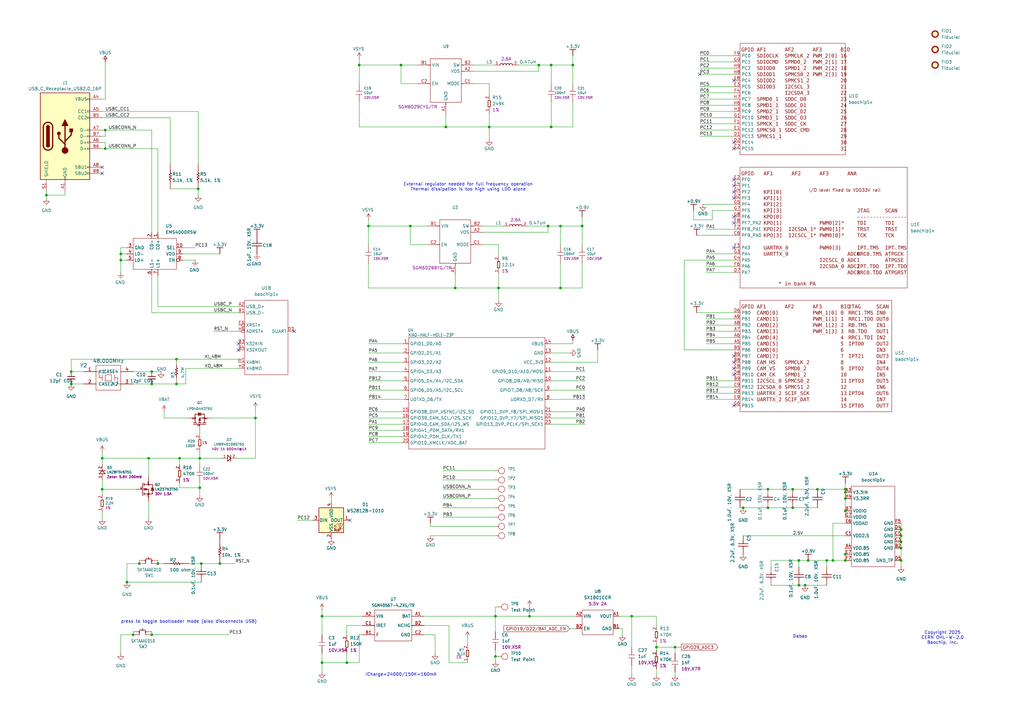
<source format=kicad_sch>
(kicad_sch (version 20250114) (generator "eeschema") (generator_version "9.0")
  (paper "A3")
  (text "External regulator needed for full frequency operation\nThermal dissipation is too high using LDO alone" (at 192.024 76.708 0) (effects (font (size 1.27 1.27))))
  (text "Copyright 2025\nCERN OHL-W-2.0\nBaochip, Inc." (at 386.588 261.62 0) (effects (font (size 1.27 1.27))))
  (text "Dabao" (at 328.168 261.112 0) (effects (font (size 1.27 1.27))))
  (text "ICharge=24000/150K=160mA" (at 149.86 277.495 0) (effects (font (size 1.27 1.27)) (justify left bottom)))
  (text "press to toggle bootloader mode (also disconnects USB)" (at 77.47 255.016 0) (effects (font (size 1.27 1.27))))
  (junction (at 269.24 265.43))
  (junction (at 327.66 240.03))
  (junction (at 325.12 200.66))
  (junction (at 142.24 271.78))
  (junction (at 369.57 224.79))
  (junction (at 369.57 222.25))
  (junction (at 41.91 187.96))
  (junction (at 203.2 269.24))
  (junction (at 327.66 229.87))
  (junction (at 220.98 26.67))
  (junction (at 203.2 252.73))
  (junction (at 43.18 53.34))
  (junction (at 259.08 252.73))
  (junction (at 346.71 209.55))
  (junction (at 346.71 200.66))
  (junction (at 72.39 147.32))
  (junction (at 57.15 231.14))
  (junction (at 341.63 229.87))
  (junction (at 330.2 240.03))
  (junction (at 49.53 106.68))
  (junction (at 238.76 92.71))
  (junction (at 29.21 152.4))
  (junction (at 229.87 118.11))
  (junction (at 369.57 219.71))
  (junction (at 90.17 231.14))
  (junction (at 168.275 92.71))
  (junction (at 226.06 52.07))
  (junction (at 147.32 26.67))
  (junction (at 164.465 26.67))
  (junction (at 49.53 104.14))
  (junction (at 314.96 208.28))
  (junction (at 217.17 252.73))
  (junction (at 72.39 157.48))
  (junction (at 346.71 229.87))
  (junction (at 62.23 152.4))
  (junction (at 325.12 208.28))
  (junction (at 346.71 227.33))
  (junction (at 346.71 204.47))
  (junction (at 81.915 200.025))
  (junction (at 186.69 118.11))
  (junction (at 62.23 157.48))
  (junction (at 229.87 92.71))
  (junction (at 369.57 229.87))
  (junction (at 339.09 229.87))
  (junction (at 182.88 52.07))
  (junction (at 81.28 77.47))
  (junction (at 64.77 231.14))
  (junction (at 204.47 118.11))
  (junction (at 331.47 229.87))
  (junction (at 234.95 26.67))
  (junction (at 104.775 171.45))
  (junction (at 276.86 265.43))
  (junction (at 304.8 208.28))
  (junction (at 335.28 200.66))
  (junction (at 151.13 92.71))
  (junction (at 73.66 187.96))
  (junction (at 81.915 187.96))
  (junction (at 132.08 252.73))
  (junction (at 62.23 260.35))
  (junction (at 52.07 238.76))
  (junction (at 200.66 52.07))
  (junction (at 224.79 92.71))
  (junction (at 314.96 200.66))
  (junction (at 132.08 271.78))
  (junction (at 43.18 60.96))
  (junction (at 60.96 187.96))
  (junction (at 226.06 26.67))
  (junction (at 369.57 217.17))
  (junction (at 82.55 231.14))
  (junction (at 19.05 80.01))
  (junction (at 41.91 200.66))
  (junction (at 29.21 157.48))
  (junction (at 54.61 260.35))
  (junction (at 346.71 201.93))
  (no_connect (at 300.99 60.96))
  (no_connect (at 120.65 135.89))
  (no_connect (at 143.51 213.36))
  (no_connect (at 300.99 91.44))
  (no_connect (at 300.99 151.13))
  (no_connect (at 41.91 71.12))
  (no_connect (at 300.99 166.37))
  (no_connect (at 300.99 81.28))
  (no_connect (at 97.79 140.97))
  (no_connect (at 300.99 76.2))
  (no_connect (at 300.99 88.9))
  (no_connect (at 300.99 153.67))
  (no_connect (at 300.99 73.66))
  (no_connect (at 300.99 101.6))
  (no_connect (at 300.99 148.59))
  (no_connect (at 300.99 146.05))
  (no_connect (at 287.02 30.48))
  (no_connect (at 97.79 143.51))
  (no_connect (at 41.91 68.58))
  (no_connect (at 300.99 78.74))
  (no_connect (at 300.99 58.42))
  (no_connect (at 300.99 33.02))
  (wire (pts (xy 269.24 264.16) (xy 269.24 265.43)))
  (wire (pts (xy 259.08 273.05) (xy 259.08 276.86)))
  (wire (pts (xy 87.63 135.89) (xy 97.79 135.89)))
  (wire (pts (xy 259.08 252.73) (xy 254 252.73)))
  (wire (pts (xy 184.15 271.78) (xy 191.77 271.78)))
  (wire (pts (xy 60.96 187.96) (xy 60.96 195.58)))
  (wire (pts (xy 269.24 256.54) (xy 269.24 252.73)))
  (wire (pts (xy 147.32 52.07) (xy 182.88 52.07)))
  (wire (pts (xy 289.56 138.43) (xy 300.99 138.43)))
  (wire (pts (xy 62.23 128.27) (xy 97.79 128.27)))
  (wire (pts (xy 300.99 86.36) (xy 292.1 86.36)))
  (wire (pts (xy 346.71 214.63) (xy 341.63 214.63)))
  (wire (pts (xy 151.13 92.71) (xy 168.275 92.71)))
  (wire (pts (xy 52.07 231.14) (xy 52.07 238.76)))
  (wire (pts (xy 304.8 219.71) (xy 346.71 219.71)))
  (wire (pts (xy 245.11 143.51) (xy 245.11 148.59)))
  (wire (pts (xy 19.05 81.28) (xy 19.05 80.01)))
  (wire (pts (xy 234.95 41.91) (xy 234.95 52.07)))
  (wire (pts (xy 173.99 256.54) (xy 184.15 256.54)))
  (wire (pts (xy 369.57 217.17) (xy 369.57 219.71)))
  (wire (pts (xy 269.24 265.43) (xy 269.24 266.7)))
  (wire (pts (xy 316.23 229.87) (xy 316.23 232.41)))
  (wire (pts (xy 289.56 163.83) (xy 300.99 163.83)))
  (wire (pts (xy 178.435 260.35) (xy 178.435 267.97)))
  (wire (pts (xy 142.24 256.54) (xy 148.59 256.54)))
  (wire (pts (xy 81.915 187.96) (xy 90.805 187.96)))
  (wire (pts (xy 168.275 92.71) (xy 175.26 92.71)))
  (wire (pts (xy 151.13 118.11) (xy 186.69 118.11)))
  (wire (pts (xy 184.15 256.54) (xy 184.15 271.78)))
  (wire (pts (xy 255.27 260.35) (xy 255.27 257.81)))
  (wire (pts (xy 325.12 200.66) (xy 335.28 200.66)))
  (wire (pts (xy 203.2 252.73) (xy 203.2 259.08)))
  (wire (pts (xy 171.45 34.29) (xy 164.465 34.29)))
  (wire (pts (xy 224.79 92.71) (xy 229.87 92.71)))
  (wire (pts (xy 81.28 45.72) (xy 81.28 67.31)))
  (wire (pts (xy 29.21 147.32) (xy 29.21 152.4)))
  (wire (pts (xy 52.07 101.6) (xy 49.53 101.6)))
  (wire (pts (xy 203.2 269.24) (xy 204.47 269.24)))
  (wire (pts (xy 49.53 260.35) (xy 49.53 267.97)))
  (wire (pts (xy 346.71 204.47) (xy 346.71 209.55)))
  (wire (pts (xy 238.76 92.71) (xy 238.76 100.33)))
  (wire (pts (xy 224.79 95.25) (xy 224.79 92.71)))
  (wire (pts (xy 285.75 96.52) (xy 300.99 96.52)))
  (wire (pts (xy 132.08 252.73) (xy 148.59 252.73)))
  (wire (pts (xy 287.02 30.48) (xy 300.99 30.48)))
  (wire (pts (xy 76.2 157.48) (xy 76.2 151.13)))
  (wire (pts (xy 341.63 229.87) (xy 346.71 229.87)))
  (wire (pts (xy 151.13 173.99) (xy 165.1 173.99)))
  (wire (pts (xy 41.91 196.85) (xy 41.91 200.66)))
  (wire (pts (xy 289.56 135.89) (xy 300.99 135.89)))
  (wire (pts (xy 43.18 58.42) (xy 43.18 60.96)))
  (wire (pts (xy 369.57 222.25) (xy 369.57 224.79)))
  (wire (pts (xy 276.86 265.43) (xy 276.86 267.97)))
  (wire (pts (xy 74.93 104.14) (xy 90.17 104.14)))
  (wire (pts (xy 132.08 252.73) (xy 132.08 260.35)))
  (wire (pts (xy 303.53 200.66) (xy 314.96 200.66)))
  (wire (pts (xy 121.92 213.36) (xy 128.27 213.36)))
  (wire (pts (xy 151.13 144.78) (xy 165.1 144.78)))
  (wire (pts (xy 19.05 80.01) (xy 19.05 78.74)))
  (wire (pts (xy 62.23 113.03) (xy 62.23 128.27)))
  (wire (pts (xy 81.28 80.01) (xy 81.28 77.47)))
  (wire (pts (xy 151.13 156.21) (xy 165.1 156.21)))
  (wire (pts (xy 216.535 92.71) (xy 224.79 92.71)))
  (wire (pts (xy 181.61 200.66) (xy 203.2 200.66)))
  (wire (pts (xy 64.77 229.87) (xy 64.77 231.14)))
  (wire (pts (xy 104.775 171.45) (xy 104.775 187.96)))
  (wire (pts (xy 203.2 269.24) (xy 203.2 271.145)))
  (wire (pts (xy 151.13 181.61) (xy 165.1 181.61)))
  (wire (pts (xy 226.06 41.91) (xy 226.06 52.07)))
  (wire (pts (xy 280.67 106.68) (xy 300.99 106.68)))
  (wire (pts (xy 240.03 156.21) (xy 226.06 156.21)))
  (wire (pts (xy 147.32 260.35) (xy 147.32 271.78)))
  (wire (pts (xy 226.06 140.97) (xy 234.95 140.97)))
  (wire (pts (xy 151.13 140.97) (xy 165.1 140.97)))
  (wire (pts (xy 151.13 171.45) (xy 165.1 171.45)))
  (wire (pts (xy 81.915 187.96) (xy 81.915 190.5)))
  (wire (pts (xy 164.465 26.67) (xy 171.45 26.67)))
  (wire (pts (xy 43.18 60.96) (xy 64.77 60.96)))
  (wire (pts (xy 62.23 152.4) (xy 66.04 152.4)))
  (wire (pts (xy 346.71 200.66) (xy 346.71 201.93)))
  (wire (pts (xy 194.31 29.21) (xy 220.98 29.21)))
  (wire (pts (xy 292.1 86.36) (xy 292.1 90.17)))
  (wire (pts (xy 285.75 128.27) (xy 300.99 128.27)))
  (wire (pts (xy 181.61 193.04) (xy 203.2 193.04)))
  (wire (pts (xy 81.915 185.42) (xy 81.915 187.96)))
  (wire (pts (xy 240.03 173.99) (xy 226.06 173.99)))
  (wire (pts (xy 54.61 157.48) (xy 62.23 157.48)))
  (wire (pts (xy 151.13 179.07) (xy 165.1 179.07)))
  (wire (pts (xy 43.18 53.34) (xy 62.23 53.34)))
  (wire (pts (xy 74.93 106.68) (xy 80.01 106.68)))
  (wire (pts (xy 346.71 224.79) (xy 346.71 227.33)))
  (wire (pts (xy 229.87 92.71) (xy 229.87 100.33)))
  (wire (pts (xy 43.18 25.4) (xy 43.18 40.64)))
  (wire (pts (xy 226.06 144.78) (xy 233.68 144.78)))
  (wire (pts (xy 220.98 26.67) (xy 226.06 26.67)))
  (wire (pts (xy 41.91 200.66) (xy 41.91 202.565)))
  (wire (pts (xy 287.02 40.64) (xy 300.99 40.64)))
  (wire (pts (xy 64.77 60.96) (xy 64.77 95.25)))
  (wire (pts (xy 62.23 260.35) (xy 93.98 260.35)))
  (wire (pts (xy 147.32 41.91) (xy 147.32 52.07)))
  (wire (pts (xy 234.95 52.07) (xy 226.06 52.07)))
  (wire (pts (xy 132.08 271.78) (xy 132.08 275.59)))
  (wire (pts (xy 49.53 101.6) (xy 49.53 104.14)))
  (wire (pts (xy 72.39 157.48) (xy 76.2 157.48)))
  (wire (pts (xy 151.13 148.59) (xy 165.1 148.59)))
  (wire (pts (xy 289.56 109.22) (xy 300.99 109.22)))
  (wire (pts (xy 369.57 224.79) (xy 369.57 229.87)))
  (wire (pts (xy 43.18 40.64) (xy 41.91 40.64)))
  (wire (pts (xy 97.155 187.96) (xy 104.775 187.96)))
  (wire (pts (xy 151.13 176.53) (xy 165.1 176.53)))
  (wire (pts (xy 212.725 26.67) (xy 220.98 26.67)))
  (wire (pts (xy 41.91 60.96) (xy 43.18 60.96)))
  (wire (pts (xy 43.18 55.88) (xy 41.91 55.88)))
  (wire (pts (xy 135.89 204.47) (xy 135.89 205.74)))
  (wire (pts (xy 217.17 248.92) (xy 217.17 252.73)))
  (wire (pts (xy 226.06 52.07) (xy 200.66 52.07)))
  (wire (pts (xy 284.48 86.36) (xy 284.48 90.17)))
  (wire (pts (xy 327.66 229.87) (xy 331.47 229.87)))
  (wire (pts (xy 29.21 157.48) (xy 34.29 157.48)))
  (wire (pts (xy 81.915 176.53) (xy 81.915 177.8)))
  (wire (pts (xy 69.85 48.26) (xy 69.85 67.31)))
  (wire (pts (xy 175.26 100.33) (xy 168.275 100.33)))
  (wire (pts (xy 289.56 161.29) (xy 300.99 161.29)))
  (wire (pts (xy 269.24 252.73) (xy 259.08 252.73)))
  (wire (pts (xy 54.61 152.4) (xy 62.23 152.4)))
  (wire (pts (xy 142.24 267.97) (xy 142.24 271.78)))
  (wire (pts (xy 269.24 265.43) (xy 276.86 265.43)))
  (wire (pts (xy 287.02 43.18) (xy 300.99 43.18)))
  (wire (pts (xy 289.56 156.21) (xy 300.99 156.21)))
  (wire (pts (xy 182.88 52.07) (xy 200.66 52.07)))
  (wire (pts (xy 200.66 46.355) (xy 200.66 52.07)))
  (wire (pts (xy 151.13 152.4) (xy 165.1 152.4)))
  (wire (pts (xy 240.03 160.02) (xy 226.06 160.02)))
  (wire (pts (xy 289.56 130.81) (xy 300.99 130.81)))
  (wire (pts (xy 346.71 198.12) (xy 346.71 200.66)))
  (wire (pts (xy 238.76 107.95) (xy 238.76 118.11)))
  (wire (pts (xy 276.86 265.43) (xy 279.4 265.43)))
  (wire (pts (xy 73.66 187.96) (xy 73.66 190.5)))
  (wire (pts (xy 287.02 45.72) (xy 300.99 45.72)))
  (wire (pts (xy 60.96 205.74) (xy 60.96 212.725)))
  (wire (pts (xy 151.13 90.17) (xy 151.13 92.71)))
  (wire (pts (xy 104.775 167.64) (xy 104.775 171.45)))
  (wire (pts (xy 77.47 231.14) (xy 82.55 231.14)))
  (wire (pts (xy 147.32 26.67) (xy 147.32 34.29)))
  (wire (pts (xy 181.61 204.47) (xy 203.2 204.47)))
  (wire (pts (xy 280.67 143.51) (xy 280.67 106.68)))
  (wire (pts (xy 82.55 231.14) (xy 90.17 231.14)))
  (wire (pts (xy 287.02 22.86) (xy 300.99 22.86)))
  (wire (pts (xy 292.1 90.17) (xy 284.48 90.17)))
  (wire (pts (xy 76.2 151.13) (xy 97.79 151.13)))
  (wire (pts (xy 217.17 252.73) (xy 236.22 252.73)))
  (wire (pts (xy 204.47 118.11) (xy 204.47 123.19)))
  (wire (pts (xy 151.13 92.71) (xy 151.13 100.33)))
  (wire (pts (xy 64.77 113.03) (xy 64.77 125.73)))
  (wire (pts (xy 330.2 240.03) (xy 339.09 240.03)))
  (wire (pts (xy 369.57 219.71) (xy 369.57 222.25)))
  (wire (pts (xy 73.66 198.12) (xy 73.66 200.025)))
  (wire (pts (xy 233.68 257.81) (xy 236.22 257.81)))
  (wire (pts (xy 49.53 260.35) (xy 54.61 260.35)))
  (wire (pts (xy 142.24 260.35) (xy 142.24 256.54)))
  (wire (pts (xy 303.53 208.28) (xy 304.8 208.28)))
  (wire (pts (xy 151.13 107.95) (xy 151.13 118.11)))
  (wire (pts (xy 346.71 227.33) (xy 346.71 229.87)))
  (wire (pts (xy 339.09 229.87) (xy 339.09 232.41)))
  (wire (pts (xy 226.06 168.91) (xy 240.03 168.91)))
  (wire (pts (xy 234.95 22.86) (xy 234.95 26.67)))
  (wire (pts (xy 43.18 58.42) (xy 41.91 58.42)))
  (wire (pts (xy 229.87 107.95) (xy 229.87 118.11)))
  (wire (pts (xy 62.23 53.34) (xy 62.23 95.25)))
  (wire (pts (xy 240.03 171.45) (xy 226.06 171.45)))
  (wire (pts (xy 191.77 261.62) (xy 191.77 264.16)))
  (wire (pts (xy 41.91 210.185) (xy 41.91 212.725)))
  (wire (pts (xy 72.39 147.32) (xy 97.79 147.32)))
  (wire (pts (xy 331.47 229.87) (xy 339.09 229.87)))
  (wire (pts (xy 226.06 26.67) (xy 226.06 34.29)))
  (wire (pts (xy 229.87 118.11) (xy 204.47 118.11)))
  (wire (pts (xy 203.2 266.7) (xy 203.2 269.24)))
  (wire (pts (xy 41.91 48.26) (xy 69.85 48.26)))
  (wire (pts (xy 147.32 26.67) (xy 164.465 26.67)))
  (wire (pts (xy 57.15 229.87) (xy 57.15 231.14)))
  (wire (pts (xy 186.69 118.11) (xy 204.47 118.11)))
  (wire (pts (xy 300.99 143.51) (xy 280.67 143.51)))
  (wire (pts (xy 204.47 248.92) (xy 203.2 248.92)))
  (wire (pts (xy 81.915 200.025) (xy 81.915 203.2)))
  (wire (pts (xy 182.88 46.99) (xy 182.88 52.07)))
  (wire (pts (xy 186.69 113.03) (xy 186.69 118.11)))
  (wire (pts (xy 176.53 219.71) (xy 203.2 219.71)))
  (wire (pts (xy 19.05 80.01) (xy 26.67 80.01)))
  (wire (pts (xy 287.02 35.56) (xy 300.99 35.56)))
  (wire (pts (xy 220.98 29.21) (xy 220.98 26.67)))
  (wire (pts (xy 287.02 38.1) (xy 300.99 38.1)))
  (wire (pts (xy 287.02 53.34) (xy 300.99 53.34)))
  (wire (pts (xy 62.23 259.08) (xy 62.23 260.35)))
  (wire (pts (xy 147.32 24.13) (xy 147.32 26.67)))
  (wire (pts (xy 204.47 100.33) (xy 204.47 104.775)))
  (wire (pts (xy 132.08 250.19) (xy 132.08 252.73)))
  (wire (pts (xy 64.77 231.14) (xy 67.31 231.14)))
  (wire (pts (xy 200.66 34.29) (xy 200.66 38.735)))
  (wire (pts (xy 369.57 229.87) (xy 369.57 232.41)))
  (wire (pts (xy 226.06 148.59) (xy 245.11 148.59)))
  (wire (pts (xy 204.47 112.395) (xy 204.47 118.11)))
  (wire (pts (xy 287.02 50.8) (xy 300.99 50.8)))
  (wire (pts (xy 200.66 52.07) (xy 200.66 57.15)))
  (wire (pts (xy 43.18 53.34) (xy 41.91 53.34)))
  (wire (pts (xy 240.03 152.4) (xy 226.06 152.4)))
  (wire (pts (xy 86.995 171.45) (xy 104.775 171.45)))
  (wire (pts (xy 49.53 104.14) (xy 49.53 106.68)))
  (wire (pts (xy 255.27 257.81) (xy 254 257.81)))
  (wire (pts (xy 67.31 171.45) (xy 76.835 171.45)))
  (wire (pts (xy 194.31 34.29) (xy 200.66 34.29)))
  (wire (pts (xy 325.12 208.28) (xy 335.28 208.28)))
  (wire (pts (xy 289.56 104.14) (xy 300.99 104.14)))
  (wire (pts (xy 41.91 200.66) (xy 55.88 200.66)))
  (wire (pts (xy 52.07 238.76) (xy 82.55 238.76)))
  (wire (pts (xy 49.53 104.14) (xy 52.07 104.14)))
  (wire (pts (xy 168.275 100.33) (xy 168.275 92.71)))
  (wire (pts (xy 229.87 92.71) (xy 238.76 92.71)))
  (wire (pts (xy 147.32 271.78) (xy 142.24 271.78)))
  (wire (pts (xy 151.13 168.91) (xy 165.1 168.91)))
  (wire (pts (xy 43.18 53.34) (xy 43.18 55.88)))
  (wire (pts (xy 151.13 160.02) (xy 165.1 160.02)))
  (wire (pts (xy 289.56 111.76) (xy 300.99 111.76)))
  (wire (pts (xy 73.66 200.025) (xy 81.915 200.025)))
  (wire (pts (xy 194.31 26.67) (xy 202.565 26.67)))
  (wire (pts (xy 335.28 200.66) (xy 346.71 200.66)))
  (wire (pts (xy 181.61 208.28) (xy 203.2 208.28)))
  (wire (pts (xy 41.91 187.96) (xy 60.96 187.96)))
  (wire (pts (xy 173.99 252.73) (xy 203.2 252.73)))
  (wire (pts (xy 132.08 267.97) (xy 132.08 271.78)))
  (wire (pts (xy 26.67 80.01) (xy 26.67 78.74)))
  (wire (pts (xy 54.61 259.08) (xy 54.61 260.35)))
  (wire (pts (xy 289.56 158.75) (xy 300.99 158.75)))
  (wire (pts (xy 67.31 168.91) (xy 67.31 171.45)))
  (wire (pts (xy 81.915 198.12) (xy 81.915 200.025)))
  (wire (pts (xy 269.24 274.32) (xy 269.24 276.86)))
  (wire (pts (xy 181.61 196.85) (xy 203.2 196.85)))
  (wire (pts (xy 41.91 45.72) (xy 81.28 45.72)))
  (wire (pts (xy 327.66 240.03) (xy 330.2 240.03)))
  (wire (pts (xy 198.12 92.71) (xy 206.375 92.71)))
  (wire (pts (xy 73.66 187.96) (xy 81.915 187.96)))
  (wire (pts (xy 69.85 77.47) (xy 81.28 77.47)))
  (wire (pts (xy 289.56 93.98) (xy 300.99 93.98)))
  (wire (pts (xy 52.07 231.14) (xy 57.15 231.14)))
  (wire (pts (xy 316.23 240.03) (xy 327.66 240.03)))
  (wire (pts (xy 132.08 271.78) (xy 142.24 271.78)))
  (wire (pts (xy 238.76 88.9) (xy 238.76 92.71)))
  (wire (pts (xy 49.53 106.68) (xy 49.53 111.76)))
  (wire (pts (xy 49.53 106.68) (xy 52.07 106.68)))
  (wire (pts (xy 198.12 95.25) (xy 224.79 95.25)))
  (wire (pts (xy 198.12 100.33) (xy 204.47 100.33)))
  (wire (pts (xy 346.71 201.93) (xy 346.71 204.47)))
  (wire (pts (xy 62.23 157.48) (xy 72.39 157.48)))
  (wire (pts (xy 288.29 83.82) (xy 300.99 83.82)))
  (wire (pts (xy 148.59 260.35) (xy 147.32 260.35)))
  (wire (pts (xy 240.03 163.83) (xy 226.06 163.83)))
  (wire (pts (xy 90.17 231.14) (xy 96.52 231.14)))
  (wire (pts (xy 29.21 147.32) (xy 72.39 147.32)))
  (wire (pts (xy 341.63 214.63) (xy 341.63 229.87)))
  (wire (pts (xy 339.09 229.87) (xy 341.63 229.87)))
  (wire (pts (xy 74.93 101.6) (xy 80.01 101.6)))
  (wire (pts (xy 203.2 252.73) (xy 217.17 252.73)))
  (wire (pts (xy 176.53 215.9) (xy 176.53 214.63)))
  (wire (pts (xy 287.02 55.88) (xy 300.99 55.88)))
  (wire (pts (xy 226.06 26.67) (xy 234.95 26.67)))
  (wire (pts (xy 289.56 133.35) (xy 300.99 133.35)))
  (wire (pts (xy 203.2 248.92) (xy 203.2 252.73)))
  (wire (pts (xy 346.71 209.55) (xy 346.71 212.09)))
  (wire (pts (xy 287.02 48.26) (xy 300.99 48.26)))
  (wire (pts (xy 314.96 200.66) (xy 325.12 200.66)))
  (wire (pts (xy 234.95 140.97) (xy 234.95 139.7)))
  (wire (pts (xy 276.86 275.59) (xy 276.86 276.86)))
  (wire (pts (xy 304.8 208.28) (xy 314.96 208.28)))
  (wire (pts (xy 287.02 27.94) (xy 300.99 27.94)))
  (wire (pts (xy 164.465 34.29) (xy 164.465 26.67)))
  (wire (pts (xy 238.76 118.11) (xy 229.87 118.11)))
  (wire (pts (xy 181.61 212.09) (xy 203.2 212.09)))
  (wire (pts (xy 259.08 252.73) (xy 259.08 265.43)))
  (wire (pts (xy 369.57 214.63) (xy 369.57 217.17)))
  (wire (pts (xy 314.96 208.28) (xy 325.12 208.28)))
  (wire (pts (xy 203.2 215.9) (xy 176.53 215.9)))
  (wire (pts (xy 287.02 25.4) (xy 300.99 25.4)))
  (wire (pts (xy 234.95 26.67) (xy 234.95 34.29)))
  (wire (pts (xy 327.66 229.87) (xy 327.66 232.41)))
  (wire (pts (xy 41.91 185.42) (xy 41.91 187.96)))
  (wire (pts (xy 327.66 229.87) (xy 316.23 229.87)))
  (wire (pts (xy 289.56 140.97) (xy 300.99 140.97)))
  (wire (pts (xy 41.91 187.96) (xy 41.91 190.5)))
  (wire (pts (xy 64.77 125.73) (xy 97.79 125.73)))
  (wire (pts (xy 151.13 163.83) (xy 165.1 163.83)))
  (wire (pts (xy 60.96 187.96) (xy 73.66 187.96)))
  (wire (pts (xy 173.99 260.35) (xy 178.435 260.35)))
  (wire (pts (xy 97.79 147.32) (xy 97.79 148.59)))
  (wire (pts (xy 29.21 152.4) (xy 34.29 152.4)))
  (label "PC3" (at 287.02 30.48 0))
  (label "PA5" (at 151.13 144.78 0))
  (label "PA7" (at 289.56 111.76 0))
  (label "PC10" (at 287.02 48.26 0))
  (label "PB3" (at 181.61 212.09 0))
  (label "PC10" (at 181.61 196.85 0))
  (label "PC9" (at 151.13 176.53 0))
  (label "PC12" (at 287.02 53.34 0))
  (label "USBC_CC1" (at 43.18 45.72 0))
  (label "PB13" (at 289.56 161.29 0))
  (label "RST_N" (at 87.63 135.89 0))
  (label "XO_48M" (at 83.82 151.13 0))
  (label "PC5" (at 151.13 171.45 0))
  (label "USBCONN_P" (at 44.45 60.96 0))
  (label "PB12" (at 151.13 156.21 0))
  (label "PC12" (at 121.92 213.36 0))
  (label "PC13" (at 80.01 101.6 0))
  (label "PC13" (at 93.98 260.35 0))
  (label "PB1" (at 240.03 171.45 180))
  (label "PA6" (at 151.13 148.59 0))
  (label "PC0" (at 287.02 22.86 0))
  (label "PB13" (at 240.03 163.83 180))
  (label "RST_N" (at 96.52 231.14 0))
  (label "USBC_P" (at 87.63 125.73 0))
  (label "PB14" (at 151.13 163.83 0))
  (label "PB2" (at 240.03 173.99 180))
  (label "PB5" (at 289.56 140.97 0))
  (label "PB11" (at 289.56 156.21 0))
  (label "PB14" (at 289.56 163.83 0))
  (label "PC1" (at 287.02 25.4 0))
  (label "PC8" (at 151.13 179.07 0))
  (label "PC6" (at 151.13 168.91 0))
  (label "PC11" (at 287.02 50.8 0))
  (label "PC2" (at 287.02 27.94 0))
  (label "PC8" (at 287.02 43.18 0))
  (label "PA0" (at 240.03 168.91 180))
  (label "PC2" (at 240.03 156.21 180))
  (label "PA1" (at 151.13 173.99 0))
  (label "PC0" (at 240.03 160.02 180))
  (label "PA7" (at 151.13 152.4 0))
  (label "PC13" (at 287.02 55.88 0))
  (label "PB12" (at 289.56 158.75 0))
  (label "PB3" (at 289.56 135.89 0))
  (label "USBCONN_N" (at 44.45 53.34 0))
  (label "PB11" (at 151.13 160.02 0))
  (label "PB2" (at 289.56 133.35 0))
  (label "PC7" (at 151.13 181.61 0))
  (label "USBCONN_P" (at 181.61 204.47 0))
  (label "2.5V" (at 325.12 219.71 0))
  (label "PB1" (at 289.56 130.81 0))
  (label "PB4" (at 289.56 138.43 0))
  (label "XI_48M" (at 83.82 147.32 0))
  (label "PA4" (at 151.13 140.97 0))
  (label "USBCONN_N" (at 181.61 200.66 0))
  (label "PC7" (at 287.02 40.64 0))
  (label "PC5" (at 287.02 35.56 0))
  (label "PA5" (at 289.56 106.68 0))
  (label "PA4" (at 289.56 104.14 0))
  (label "PA6" (at 289.56 109.22 0))
  (label "USBC_CC2" (at 43.18 48.26 0))
  (label "PA1" (at 289.56 93.98 0))
  (label "PC11" (at 181.61 193.04 0))
  (label "PB4" (at 181.61 208.28 0))
  (label "PC6" (at 287.02 38.1 0))
  (label "PC1" (at 240.03 152.4 180))
  (label "PC9" (at 287.02 45.72 0))
  (label "USBC_N" (at 87.63 128.27 0))
  (global_label "GPIO29_ADC3" (shape output) (at 279.4 265.43 0) (property "Intersheetrefs" "${INTERSHEET_REFS}" (effects (hide yes))))
  (global_label "GPIO19{slash}D22{slash}BAT_ADC_EN" (shape input) (at 233.68 257.81 180) (property "Intersheetrefs" "${INTERSHEET_REFS}" (effects (hide yes))))
  (symbol (lib_id "P & G:GND") (at 135.89 220.98 0) (unit 1)
    (property "Reference" "#PWR021" (effects (hide yes)))
    (property "Value" "GND" (at 135.89 224.79 0))
  )
  (symbol (lib_id "XIAO ESP32S3_v1.2_230725-eagle-import:TEST-POINT'4545'") (at 205.74 215.9 0) (unit 1)
    (property "Reference" "TP7" (at 208.28 215.9 0) (effects (font (size 1.27 1.0795)) (justify left bottom)))
    (property "Value" "TEST-POINT'4545'" (effects (hide yes)))
    (property "Footprint" "xiao:TP-D45MIL" (effects (hide yes)))
  )
  (symbol (lib_id "P & G:+5V") (at 147.32 24.13 0) (unit 1)
    (property "Reference" "#PWR044" (effects (hide yes)))
    (property "Value" "VSYS" (at 147.066 20.066 0))
  )
  (symbol (lib_id "power-altium-import:P1.8V_BAR") (at 234.95 22.86 180) (unit 1)
    (property "Reference" "#PWR046" (effects (hide yes)))
    (property "Value" "+3.3V" (at 234.95 19.05 0))
  )
  (symbol (lib_id "P & G:+3V3") (at 132.08 250.19 0) (unit 1)
    (property "Reference" "#PWR060" (effects (hide yes)))
    (property "Value" "VBUS" (at 132.08 245.11 0))
  )
  (symbol (lib_id "P & G:GND") (at 204.47 123.19 0) (unit 1)
    (property "Reference" "#PWR017" (effects (hide yes)))
    (property "Value" "GND" (at 204.47 127 0))
  )
  (symbol (lib_id "power-altium-import:root_3_Res1") (at 92.71 223.52 0) (unit 1)
    (property "Reference" "R4" (at 90.932 225.806 0) (effects (justify left bottom)))
    (property "Value" "10k, 1%" (at 90.932 228.346 0) (effects (justify left bottom)))
    (property "Footprint" "Resistor_SMD:R_0201_0603Metric" (effects (hide yes)))
    (property "Description" "Resistor" (effects (hide yes)))
    (property "MYPN" "R-103-1P-1_16W-0402" (effects (hide yes)))
    (property "MPN" "ANY" (effects (hide yes)))
    (property "LCSC" "C106225" (effects (hide yes)))
  )
  (symbol (lib_id "Seeed_libadl:Mosfet/305031466") (at 81.915 171.45 90) (unit 1)
    (property "Reference" "Q1" (at 81.915 165.1 90) (effects (font (size 1 1))))
    (property "Value" "LP0404N3T5G" (at 81.915 167.64 90) (effects (font (size 1 1))))
    (property "Footprint" "xiao:PMOS_1.0X0.6X0.35MM" (effects (hide yes)))
    (property "Manufacturer" "LRC" (effects (hide yes)))
    (property "MPN" "LP0404N3T5G" (effects (hide yes)))
    (property "SKU" "305031466" (effects (hide yes)))
    (property "Part Type" "PMOS" (effects (hide yes)))
    (property "Temperature" "-50°C to 150°C" (effects (hide yes)))
  )
  (symbol (lib_id "power-altium-import:P1.8V_BAR") (at 284.48 86.36 180) (unit 1)
    (property "Reference" "#PWR032" (effects (hide yes)))
    (property "Value" "+0.9V" (at 284.48 82.55 0))
  )
  (symbol (lib_id "P & G:GND") (at 276.86 276.86 0) (unit 1)
    (property "Reference" "#PWR043" (effects (hide yes)))
    (property "Value" "GND" (at 276.86 280.67 0))
  )
  (symbol (lib_id "Seeed_libdb:Capacitors/302010730") (at 132.08 264.16 0) (unit 1)
    (property "Reference" "C3" (at 134.62 261.6199 0) (effects (justify left)))
    (property "Value" "1uF" (at 134.62 264.1599 0) (effects (justify left)))
    (property "Footprint" "Capacitor_SMD:C_0201_0603Metric" (effects (hide yes)))
    (property "Description" "SMD CAP Ceramic 1uF-10V-20%-X5R;0201" (effects (hide yes)))
    (property "Manufacturer" "muRata" (effects (hide yes)))
    (property "MPN" "GRM033R61A105ME44D" (effects (hide yes)))
    (property "SKU" "302010730" (effects (hide yes)))
    (property "Part Type" "Ceramic" (effects (hide yes)))
    (property "Voltage Rating" "10V,X5R" (at 134.62 266.6999 0) (effects (justify left)))
    (property "Status" "XIAO RP2350" (effects (hide yes)))
    (property "Temperature" "-55°C to 85°C" (effects (hide yes)))
  )
  (symbol (lib_id "power-altium-import:P1.8V_BAR") (at 105.41 96.52 180) (unit 1)
    (property "Reference" "#PWR057" (effects (hide yes)))
    (property "Value" "+3.3V" (at 105.41 92.71 0))
  )
  (symbol (lib_id "Seeed_libdb:Resistors/301010764") (at 269.24 270.51 90) (unit 1)
    (property "Reference" "R14" (at 270.51 267.9699 90) (effects (justify right)))
    (property "Value" "470K" (at 270.51 270.5099 90) (effects (justify right)))
    (property "Footprint" "Resistor_SMD:R_0201_0603Metric" (effects (hide yes)))
    (property "Description" "SMD RES 470K-1%-1/20W;0201" (effects (hide yes)))
    (property "Manufacturer" "YAGEO" (effects (hide yes)))
    (property "MPN" "RC0201FR-07470KL" (effects (hide yes)))
    (property "SKU" "301010764" (effects (hide yes)))
    (property "Resistance" "470K" (effects (hide yes)))
    (property "Part Type" "RES" (effects (hide yes)))
    (property "Power Rating" "1%" (at 270.51 273.0499 90) (effects (justify right)))
    (property "Status" "XIAO RP2350" (effects (hide yes)))
    (property "Temperature" "-55°C to 125°C" (effects (hide yes)))
  )
  (symbol (lib_id "power:GND") (at 369.57 232.41 0) (unit 1)
    (property "Reference" "#PWR014" (effects (hide yes)))
    (property "Value" "GND" (at 369.57 237.49 0))
    (property "Description" "Power symbol creates a global label with name \"GND\" , ground" (effects (hide yes)))
  )
  (symbol (lib_id "P & G:GND") (at 255.27 260.35 0) (unit 1)
    (property "Reference" "#PWR071" (effects (hide yes)))
    (property "Value" "GND" (at 255.27 264.16 0))
  )
  (symbol (lib_id "P & G:GND") (at 132.08 275.59 0) (unit 1)
    (property "Reference" "#PWR025" (effects (hide yes)))
    (property "Value" "GND" (at 132.08 279.4 0))
  )
  (symbol (lib_id "power:GND") (at 66.04 152.4 0) (unit 1)
    (property "Reference" "#PWR010" (effects (hide yes)))
    (property "Value" "GND" (at 66.294 151.384 0))
    (property "Description" "Power symbol creates a global label with name \"GND\" , ground" (effects (hide yes)))
  )
  (symbol (lib_id "XIAO ESP32S3_v1.2_230725-eagle-import:TEST-POINT'4545'") (at 205.74 212.09 0) (unit 1)
    (property "Reference" "TP6" (at 208.28 212.09 0) (effects (font (size 1.27 1.0795)) (justify left bottom)))
    (property "Value" "TEST-POINT'4545'" (effects (hide yes)))
    (property "Footprint" "xiao:TP-D45MIL" (effects (hide yes)))
  )
  (symbol (lib_id "Seeed_libadl:Capacitors/302010053") (at 238.76 104.14 0) (unit 1)
    (property "Reference" "C17" (at 240.665 102.2351 0) (effects (font (size 1 1)) (justify left)))
    (property "Value" "10uF" (at 240.665 104.14 0) (effects (font (size 1 1)) (justify left)))
    (property "Footprint" "Capacitor_SMD:C_0201_0603Metric" (effects (hide yes)))
    (property "Manufacturer" "YAGEO" (effects (hide yes)))
    (property "MPN" "CC0402MRX5R6BB106" (effects (hide yes)))
    (property "SKU" "302010519" (effects (hide yes)))
    (property "Part Type" "Ceramic" (effects (hide yes)))
    (property "Voltage Rating" "10V,X5R" (at 240.665 106.0451 0) (effects (font (size 1 1)) (justify left)))
    (property "Status" "ST" (effects (hide yes)))
    (property "Temperature" "-55°C to 85°C" (effects (hide yes)))
  )
  (symbol (lib_id "testcore-altium-import:root_3_Cap Semi") (at 330.2 234.95 0) (unit 1)
    (property "Reference" "C8" (at 329.946 237.236 0) (effects (justify left bottom)))
    (property "Value" "0.1uF, 10V, X5R" (at 325.12 245.11 90) (effects (justify left bottom)))
    (property "Footprint" "Capacitor_SMD:C_0201_0603Metric" (effects (hide yes)))
    (property "Description" "Capacitor (Semiconductor SIM Model)" (effects (hide yes)))
    (property "MPN" "CL05B104KO5NNNC" (effects (hide yes)))
    (property "MYPN" "C-104-16-X7R-0402" (effects (hide yes)))
    (property "LCSC" "C76934" (effects (hide yes)))
  )
  (symbol (lib_id "power:GND") (at 81.28 80.01 0) (unit 1)
    (property "Reference" "#PWR013" (effects (hide yes)))
    (property "Value" "GND" (at 81.28 85.09 0))
    (property "Description" "Power symbol creates a global label with name \"GND\" , ground" (effects (hide yes)))
  )
  (symbol (lib_id "power:GND") (at 29.21 157.48 0) (unit 1)
    (property "Reference" "#PWR03" (effects (hide yes)))
    (property "Value" "GND" (at 29.21 162.56 0))
    (property "Description" "Power symbol creates a global label with name \"GND\" , ground" (effects (hide yes)))
  )
  (symbol (lib_id "XIAO ESP32S3_v1.2_230725-eagle-import:TEST-POINT'4545'") (at 205.74 204.47 0) (unit 1)
    (property "Reference" "TP4" (at 208.28 204.47 0) (effects (font (size 1.27 1.0795)) (justify left bottom)))
    (property "Value" "TEST-POINT'4545'" (effects (hide yes)))
    (property "Footprint" "xiao:TP-D45MIL" (effects (hide yes)))
  )
  (symbol (lib_id "power:GND") (at 330.2 240.03 0) (unit 1)
    (property "Reference" "#PWR09" (effects (hide yes)))
    (property "Value" "GND" (at 330.2 245.11 0))
    (property "Description" "Power symbol creates a global label with name \"GND\" , ground" (effects (hide yes)))
  )
  (symbol (lib_id "Seeed_libadl:Ic/310032702") (at 186.69 97.79 0) (unit 1)
    (property "Reference" "U3" (at 186.69 85.09 0) (effects (font (size 1.27 1.0795))))
    (property "Value" "SMD IC PMIC;DCDC Buck-ADJ-1A,Vin 1.95V to 5.5V,Vout 0.8V to 1.55V;WLCSP-6B" (effects (hide yes)))
    (property "Footprint" "xiao:BGA6-0.35-0.745X10.95X0.4MM" (effects (hide yes)))
    (property "Manufacturer" "SGMICRO" (effects (hide yes)))
    (property "MPN" "SGM6029BYG/TR" (at 177.165 109.855 0))
    (property "SKU" "C5153504" (effects (hide yes)))
    (property "Part Type" "DCDC" (effects (hide yes)))
    (property "Temperature" "-40°C to 125°C" (effects (hide yes)))
  )
  (symbol (lib_id "kbd_pm-altium-import:root_3_Cap Semi") (at 318.77 234.95 0) (unit 1)
    (property "Reference" "C15" (at 319.278 234.696 90) (effects (justify left bottom)))
    (property "Value" "2.2uF, 6.3V, X5R" (at 311.658 229.87 90) (effects (justify right top)))
    (property "Footprint" "Capacitor_SMD:C_0201_0603Metric" (effects (hide yes)))
    (property "Description" "Capacitor (Semiconductor SIM Model)" (effects (hide yes)))
    (property "MPN" "GRM033R60J225ME47D" (effects (hide yes)))
    (property "MYPN" "C-225-6.3-X5R-0402" (effects (hide yes)))
    (property "LCSC" "C76933" (effects (hide yes)))
  )
  (symbol (lib_id "P & G:GND") (at 81.915 203.2 0) (unit 1)
    (property "Reference" "#PWR049" (effects (hide yes)))
    (property "Value" "GND" (at 81.915 207.01 0))
  )
  (symbol (lib_id "Seeed_libdb:Capacitors/302010730") (at 259.08 269.24 0) (unit 1)
    (property "Reference" "C27" (at 261.62 266.6999 0) (effects (justify left)))
    (property "Value" "1uF" (at 261.62 269.2399 0) (effects (justify left)))
    (property "Footprint" "Capacitor_SMD:C_0201_0603Metric" (effects (hide yes)))
    (property "Description" "SMD CAP Ceramic 1uF-10V-20%-X5R;0201" (effects (hide yes)))
    (property "Manufacturer" "muRata" (effects (hide yes)))
    (property "MPN" "GRM033R61A105ME44D" (effects (hide yes)))
    (property "SKU" "302010730" (effects (hide yes)))
    (property "Part Type" "Ceramic" (effects (hide yes)))
    (property "Voltage Rating" "10V,X5R" (at 261.62 271.7799 0) (effects (justify left)))
    (property "Status" "XIAO RP2350" (effects (hide yes)))
    (property "Temperature" "-55°C to 85°C" (effects (hide yes)))
  )
  (symbol (lib_id "power:GND") (at 52.07 238.76 0) (unit 1)
    (property "Reference" "#PWR06" (effects (hide yes)))
    (property "Value" "GND" (at 52.07 243.84 0))
    (property "Description" "Power symbol creates a global label with name \"GND\" , ground" (effects (hide yes)))
  )
  (symbol (lib_id "power:GNDREF") (at 105.41 104.14 0) (unit 1)
    (property "Reference" "#PWR063" (effects (hide yes)))
    (property "Value" "GND" (at 105.156 108.204 0))
    (property "Description" "Power symbol creates a global label with name \"GNDREF\" , reference supply ground" (effects (hide yes)))
  )
  (symbol (lib_id "Seeed_libadl:Ic/310032702") (at 182.88 31.75 0) (unit 1)
    (property "Reference" "U9" (at 182.88 19.05 0) (effects (font (size 1.27 1.0795))))
    (property "Value" "SMD IC PMIC;DCDC Buck-ADJ-1A,Vin 1.95V to 5.5V,Vout 1.8V to 3.3V;WLCSP-6B" (effects (hide yes)))
    (property "Footprint" "xiao:BGA6-0.35-0.745X10.95X0.4MM" (effects (hide yes)))
    (property "Manufacturer" "SGMICRO" (effects (hide yes)))
    (property "MPN" "SGM6029CYG/TR	" (at 173.355 43.815 0))
    (property "SKU" "310032702" (effects (hide yes)))
    (property "Part Type" "DCDC" (effects (hide yes)))
    (property "Temperature" "-40°C to 125°C" (effects (hide yes)))
  )
  (symbol (lib_id "Mechanical:Fiducial") (at 383.54 20.32 0) (unit 1) (exclude_from_sim yes) (in_bom no)
    (property "Reference" "FID2" (at 386.08 19.0499 0) (effects (justify left)))
    (property "Value" "Fiducial" (at 386.08 21.5899 0) (effects (justify left)))
    (property "Footprint" "common:IRIS fiducial 0.4mm" (effects (hide yes)))
    (property "Description" "Fiducial Marker" (effects (hide yes)))
  )
  (symbol (lib_id "P & G:+3V3") (at 67.31 168.91 0) (unit 1)
    (property "Reference" "#PWR064" (effects (hide yes)))
    (property "Value" "VBAT" (at 67.31 163.83 0))
  )
  (symbol (lib_id "testcore-altium-import:root_3_Cap Semi") (at 85.09 233.68 0) (unit 1)
    (property "Reference" "C13" (at 84.836 235.966 0) (effects (justify left bottom)))
    (property "Value" "0.1uF, 10V, X5R" (at 80.01 243.84 90) (effects (justify left bottom)))
    (property "Footprint" "Capacitor_SMD:C_0201_0603Metric" (effects (hide yes)))
    (property "Description" "Capacitor (Semiconductor SIM Model)" (effects (hide yes)))
    (property "MPN" "CL05B104KO5NNNC" (effects (hide yes)))
    (property "MYPN" "C-104-16-X7R-0402" (effects (hide yes)))
    (property "LCSC" "C76934" (effects (hide yes)))
  )
  (symbol (lib_id "P & G:GND") (at 60.96 212.725 0) (unit 1)
    (property "Reference" "#PWR048" (effects (hide yes)))
    (property "Value" "GND" (at 60.96 216.535 0))
  )
  (symbol (lib_id "Seeed_libdb:Switch/311021459") (at 60.96 229.87 0) (unit 1)
    (property "Reference" "SW1" (at 61.214 235.966 0) (effects (font (size 1.27 1.0795))))
    (property "Value" "SKTAAAE010" (at 61.214 233.68 0) (effects (font (size 1.27 1.0795))))
    (property "Footprint" "xiao:SW4-SMD-2.8-2.6X1.6X0.53MM" (effects (hide yes)))
    (property "Description" "SMD Top Button 163gf:4P-2.6*1.6*0.53mm" (effects (hide yes)))
    (property "Manufacturer" "ALPSALPINE" (effects (hide yes)))
    (property "MPN" "SKTAAAE010" (effects (hide yes)))
    (property "SKU" "311021459" (effects (hide yes)))
    (property "Part Type" "Button" (effects (hide yes)))
    (property "Temperature" "-30°C to 85°C" (effects (hide yes)))
  )
  (symbol (lib_id "P & G:GND") (at 233.68 144.78 90) (unit 1)
    (property "Reference" "#PWR08" (effects (hide yes)))
    (property "Value" "GND" (at 237.49 144.78 0))
  )
  (symbol (lib_id "Seeed_libadl:Resistors/301010524") (at 81.915 181.61 270) (mirror x) (unit 1)
    (property "Reference" "R20" (at 80.01 180.975 90) (effects (font (size 1 1)) (justify right)))
    (property "Value" "100R" (at 80.01 182.88 90) (effects (font (size 1 1)) (justify right)))
    (property "Footprint" "Resistor_SMD:R_0201_0603Metric" (effects (hide yes)))
    (property "Manufacturer" "YAGEO" (effects (hide yes)))
    (property "MPN" "RC0201FR-07100RL" (effects (hide yes)))
    (property "SKU" "301010524" (effects (hide yes)))
    (property "Resistance" "100R" (effects (hide yes)))
    (property "Part Type" "RES" (effects (hide yes)))
    (property "Power Rating" "1%" (at 85.09 181.61 90) (effects (font (size 1 1)) (justify right)))
    (property "Status" "BeagleBone AI TDA4VM" (effects (hide yes)))
    (property "Temperature" "-55°C to 125°C" (effects (hide yes)))
  )
  (symbol (lib_id "Seeed_libadl:Diode/304021082") (at 41.91 193.04 90) (unit 1)
    (property "Reference" "D3" (at 43.815 191.7701 90) (effects (font (size 1 1)) (justify right)))
    (property "Value" "LNZ8F5V6T5G" (at 43.815 193.675 90) (effects (font (size 1 1)) (justify right)))
    (property "Footprint" "xiao:DFN1006-2L" (effects (hide yes)))
    (property "Manufacturer" "LRC" (effects (hide yes)))
    (property "MPN" "LNZ8F5V6T5G" (effects (hide yes)))
    (property "Part Type" "Diode" (effects (hide yes)))
    (property "Rating" "Zener 5.6V 200mW" (at 43.815 195.5801 90) (effects (font (size 1 1)) (justify right)))
    (property "Temperature" "-40°C to 85°C" (effects (hide yes)))
  )
  (symbol (lib_id "power-altium-import:P1.8V_BAR") (at 285.75 96.52 180) (unit 1)
    (property "Reference" "#PWR022" (effects (hide yes)))
    (property "Value" "+3.3V" (at 285.75 92.71 0))
  )
  (symbol (lib_id "testcore-altium-import:root_3_Cap Semi") (at 327.66 203.2 0) (unit 1)
    (property "Reference" "C7" (at 327.406 205.486 0) (effects (justify left bottom)))
    (property "Value" "0.1uF, 10V, X5R" (at 322.58 213.36 90) (effects (justify left bottom)))
    (property "Footprint" "Capacitor_SMD:C_0201_0603Metric" (effects (hide yes)))
    (property "Description" "Capacitor (Semiconductor SIM Model)" (effects (hide yes)))
    (property "MPN" "CL05B104KO5NNNC" (effects (hide yes)))
    (property "MYPN" "C-104-16-X7R-0402" (effects (hide yes)))
    (property "LCSC" "C76934" (effects (hide yes)))
  )
  (symbol (lib_id "power-altium-import:P1.8V_BAR") (at 285.75 128.27 180) (unit 1)
    (property "Reference" "#PWR024" (effects (hide yes)))
    (property "Value" "+3.3V" (at 285.75 124.46 0))
  )
  (symbol (lib_id "testcore-altium-import:root_3_Cap Semi") (at 317.5 203.2 0) (unit 1)
    (property "Reference" "C4" (at 317.246 205.486 0) (effects (justify left bottom)))
    (property "Value" "0.1uF, 10V, X5R" (at 312.42 213.36 90) (effects (justify left bottom)))
    (property "Footprint" "Capacitor_SMD:C_0201_0603Metric" (effects (hide yes)))
    (property "Description" "Capacitor (Semiconductor SIM Model)" (effects (hide yes)))
    (property "MPN" "CL05B104KO5NNNC" (effects (hide yes)))
    (property "MYPN" "C-104-16-X7R-0402" (effects (hide yes)))
    (property "LCSC" "C76934" (effects (hide yes)))
  )
  (symbol (lib_id "power-altium-import:root_1_Res1") (at 78.74 74.93 0) (unit 1)
    (property "Reference" "R5" (at 82.042 72.136 0) (effects (justify left bottom)))
    (property "Value" "5.1k, 1%" (at 82.042 74.676 0) (effects (justify left bottom)))
    (property "Footprint" "Resistor_SMD:R_0201_0603Metric" (effects (hide yes)))
    (property "Description" "Resistor" (effects (hide yes)))
    (property "MYPN" "R-512-1P-1_16W-0402" (effects (hide yes)))
    (property "MPN" "ANY" (effects (hide yes)))
    (property "LCSC" "C25905" (effects (hide yes)))
  )
  (symbol (lib_id "P & G:GND") (at 41.91 212.725 0) (unit 1)
    (property "Reference" "#PWR047" (effects (hide yes)))
    (property "Value" "GND" (at 41.91 216.535 0))
  )
  (symbol (lib_id "power:GNDREF") (at 49.53 111.76 0) (unit 1)
    (property "Reference" "#PWR042" (effects (hide yes)))
    (property "Value" "GND" (at 49.276 115.824 0))
    (property "Description" "Power symbol creates a global label with name \"GNDREF\" , reference supply ground" (effects (hide yes)))
  )
  (symbol (lib_id "common:baochip1x") (at 311.15 67.31 0) (unit 5)
    (property "Reference" "U1" (at 373.38 92.0749 0) (effects (justify left)))
    (property "Value" "baochip1x" (at 373.38 94.6149 0) (effects (justify left)))
    (property "Footprint" "common:WLCSP-71_9x8_4.062x3.762mm" (effects (hide yes)))
    (property "Description" "Baochip0 WLCSP" (effects (hide yes)))
  )
  (symbol (lib_id "kbd_pm-altium-import:root_3_Cap Semi") (at 337.82 203.2 0) (unit 1)
    (property "Reference" "C9" (at 338.328 202.946 90) (effects (justify left bottom)))
    (property "Value" "2.2uF, 6.3V, X5R" (at 330.2 195.326 90) (effects (justify right top)))
    (property "Footprint" "Capacitor_SMD:C_0201_0603Metric" (effects (hide yes)))
    (property "Description" "Capacitor (Semiconductor SIM Model)" (effects (hide yes)))
    (property "MPN" "GRM033R60J225ME47D" (effects (hide yes)))
    (property "MYPN" "C-225-6.3-X5R-0402" (effects (hide yes)))
    (property "LCSC" "C76933" (effects (hide yes)))
  )
  (symbol (lib_id "XIAO ESP32S3_v1.2_230725-eagle-import:TEST-POINT'4545'") (at 205.74 196.85 0) (unit 1)
    (property "Reference" "TP2" (at 208.28 196.85 0) (effects (font (size 1.27 1.0795)) (justify left bottom)))
    (property "Value" "TEST-POINT'4545'" (effects (hide yes)))
    (property "Footprint" "xiao:TP-D45MIL" (effects (hide yes)))
  )
  (symbol (lib_id "common:baochip1x") (at 311.15 16.51 0) (unit 4)
    (property "Reference" "U1" (at 347.98 39.3699 0) (effects (justify left)))
    (property "Value" "baochip1x" (at 347.98 41.9099 0) (effects (justify left)))
    (property "Footprint" "common:WLCSP-71_9x8_4.062x3.762mm" (effects (hide yes)))
    (property "Description" "Baochip0 WLCSP" (effects (hide yes)))
  )
  (symbol (lib_id "Seeed_libadl:Capacitors/302010053") (at 151.13 104.14 0) (unit 1)
    (property "Reference" "C14" (at 153.035 102.2351 0) (effects (font (size 1 1)) (justify left)))
    (property "Value" "10uF" (at 153.035 104.14 0) (effects (font (size 1 1)) (justify left)))
    (property "Footprint" "Capacitor_SMD:C_0201_0603Metric" (effects (hide yes)))
    (property "Manufacturer" "YAGEO" (effects (hide yes)))
    (property "MPN" "CC0402MRX5R6BB106" (effects (hide yes)))
    (property "SKU" "302010519" (effects (hide yes)))
    (property "Part Type" "Ceramic" (effects (hide yes)))
    (property "Voltage Rating" "10V,X5R" (at 153.035 106.0451 0) (effects (font (size 1 1)) (justify left)))
    (property "Status" "ST" (effects (hide yes)))
    (property "Temperature" "-55°C to 85°C" (effects (hide yes)))
  )
  (symbol (lib_id "kbd_pm-altium-import:root_3_Cap Semi") (at 341.63 234.95 0) (unit 1)
    (property "Reference" "C11" (at 341.376 237.236 0) (effects (justify left bottom)))
    (property "Value" "1.0uF, 10V, X5R" (at 334.01 229.87 90) (effects (justify right top)))
    (property "Footprint" "Capacitor_SMD:C_0201_0603Metric" (effects (hide yes)))
    (property "Description" "Capacitor (Semiconductor SIM Model)" (effects (hide yes)))
    (property "MPN" "CL05A105KA5NQNC" (effects (hide yes)))
    (property "MYPN" "C-105-25-X5R-0402" (effects (hide yes)))
    (property "LCSC" "C76935" (effects (hide yes)))
  )
  (symbol (lib_id "Seeed_libadl:Resistors/301010753") (at 41.91 206.375 90) (unit 1)
    (property "Reference" "R19" (at 43.18 204.47 90) (effects (font (size 1 1)) (justify right)))
    (property "Value" "2.2K" (at 43.18 206.3749 90) (effects (font (size 1 1)) (justify right)))
    (property "Footprint" "Resistor_SMD:R_0201_0603Metric" (effects (hide yes)))
    (property "Manufacturer" "YAGEO" (effects (hide yes)))
    (property "MPN" "RC0201FR-072K2L" (effects (hide yes)))
    (property "SKU" "301010753" (effects (hide yes)))
    (property "Resistance" "2.2K" (effects (hide yes)))
    (property "Part Type" "RES" (effects (hide yes)))
    (property "Power Rating" "1%" (at 43.18 208.28 90) (effects (font (size 1 1)) (justify right)))
    (property "Status" "BeagleBone AI TDA4VM" (effects (hide yes)))
    (property "Temperature" "-55°C to 125°C" (effects (hide yes)))
  )
  (symbol (lib_id "Device:C_Small") (at 62.23 154.94 0) (unit 1)
    (property "Reference" "C10" (at 55.88 153.67 0) (effects (justify left)))
    (property "Value" "12pF C0G" (at 53.34 156.21 0) (effects (justify left)))
    (property "Footprint" "Capacitor_SMD:C_0201_0603Metric" (effects (hide yes)))
    (property "Description" "Unpolarized capacitor, small symbol" (effects (hide yes)))
    (property "Rating" "C0G 50V 0603" (effects (hide yes)))
    (property "MPN" "CC0201JRNPO9BN120" (effects (hide yes)))
    (property "MYPN" "C-120-50-C0G-0402" (effects (hide yes)))
    (property "LCSC" "C277478" (effects (hide yes)))
  )
  (symbol (lib_id "power:GND") (at 304.8 208.28 0) (unit 1)
    (property "Reference" "#PWR02" (effects (hide yes)))
    (property "Value" "GND" (at 304.8 213.36 0))
    (property "Description" "Power symbol creates a global label with name \"GND\" , ground" (effects (hide yes)))
  )
  (symbol (lib_id "Seeed_libdb:Misc/TP-80X40MIL") (at 207.01 248.92 0) (unit 1)
    (property "Reference" "TP9" (at 209.55 247.6499 0) (effects (font (size 1.27 1.0795)) (justify left)))
    (property "Value" "Test Point" (at 209.55 250.1899 0) (effects (justify left)))
    (property "Footprint" "xiao:TP-80X40MIL" (effects (hide yes)))
    (property "Description" "Test Point;TP80X40_SMD" (effects (hide yes)))
    (property "SKU" "TP-80X40MIL" (effects (hide yes)))
    (property "Part Type" "Test Point" (effects (hide yes)))
  )
  (symbol (lib_id "connectors-altium-import:VBUS_ARROW") (at 43.18 25.4 180) (unit 1)
    (property "Reference" "#PWR07" (effects (hide yes)))
    (property "Value" "VBUS" (at 43.18 21.59 0))
  )
  (symbol (lib_id "kbd_pm-altium-import:root_3_Cap Semi") (at 307.34 222.25 0) (unit 1)
    (property "Reference" "C5" (at 307.848 221.996 90) (effects (justify left bottom)))
    (property "Value" "2.2uF, 6.3V, X5R" (at 299.72 214.376 90) (effects (justify right top)))
    (property "Footprint" "Capacitor_SMD:C_0201_0603Metric" (effects (hide yes)))
    (property "Description" "Capacitor (Semiconductor SIM Model)" (effects (hide yes)))
    (property "MPN" "GRM033R60J225ME47D" (effects (hide yes)))
    (property "MYPN" "C-225-6.3-X5R-0402" (effects (hide yes)))
    (property "LCSC" "C76933" (effects (hide yes)))
  )
  (symbol (lib_id "P & G:GND") (at 269.24 276.86 0) (unit 1)
    (property "Reference" "#PWR058" (effects (hide yes)))
    (property "Value" "GND" (at 269.24 280.67 0))
  )
  (symbol (lib_id "Seeed_libadl:Resistors/301010885") (at 191.77 267.97 90) (unit 1)
    (property "Reference" "R7" (at 189.23 266.7 90) (effects (font (size 1 1))))
    (property "Value" "5.1K" (at 189.23 268.224 90) (effects (font (size 1 1))))
    (property "Footprint" "Resistor_SMD:R_0201_0603Metric" (effects (hide yes)))
    (property "Manufacturer" "YAGEO" (effects (hide yes)))
    (property "MPN" "RC0201FR-075K1L" (effects (hide yes)))
    (property "SKU" "301010885" (effects (hide yes)))
    (property "Resistance" "5.1K" (effects (hide yes)))
    (property "Part Type" "RES" (effects (hide yes)))
    (property "Power Rating" "1%" (at 188.214 269.494 90) (effects (font (size 1 1))))
    (property "Status" "XIAO" (effects (hide yes)))
    (property "Temperature" "-55°C to 125°C" (effects (hide yes)))
  )
  (symbol (lib_id "power:GND") (at 49.53 267.97 0) (unit 1)
    (property "Reference" "#PWR04" (effects (hide yes)))
    (property "Value" "GND" (at 49.53 273.05 0))
    (property "Description" "Power symbol creates a global label with name \"GND\" , ground" (effects (hide yes)))
  )
  (symbol (lib_id "Device:C_Small") (at 29.21 154.94 0) (unit 1)
    (property "Reference" "C1" (at 22.86 153.67 0) (effects (justify left)))
    (property "Value" "12pF C0G" (at 20.32 156.21 0) (effects (justify left)))
    (property "Footprint" "Capacitor_SMD:C_0201_0603Metric" (effects (hide yes)))
    (property "Description" "Unpolarized capacitor, small symbol" (effects (hide yes)))
    (property "Rating" "C0G 50V 0603" (effects (hide yes)))
    (property "MPN" "CC0201JRNPO9BN120" (effects (hide yes)))
    (property "MYPN" "C-120-50-C0G-0402" (effects (hide yes)))
    (property "LCSC" "C277478" (effects (hide yes)))
  )
  (symbol (lib_id "P & G:+5V") (at 151.13 90.17 0) (unit 1)
    (property "Reference" "#PWR016" (effects (hide yes)))
    (property "Value" "VSYS" (at 150.876 86.106 0))
  )
  (symbol (lib_id "P & G:GND") (at 178.435 267.97 0) (unit 1)
    (property "Reference" "#PWR039" (effects (hide yes)))
    (property "Value" "GND" (at 178.435 271.78 0))
  )
  (symbol (lib_id "Seeed_libdb:Misc/TP-80X40MIL") (at 207.01 269.24 0) (unit 1)
    (property "Reference" "TP10" (at 209.55 267.9699 0) (effects (font (size 1.27 1.0795)) (justify left)))
    (property "Value" "Test Point" (at 209.55 270.5099 0) (effects (justify left)))
    (property "Footprint" "xiao:TP-80X40MIL" (effects (hide yes)))
    (property "Description" "Test Point;TP80X40_SMD" (effects (hide yes)))
    (property "SKU" "TP-80X40MIL" (effects (hide yes)))
    (property "Part Type" "Test Point" (effects (hide yes)))
  )
  (symbol (lib_id "common:WMS4000RSW") (at 63.5 120.65 180) (unit 1)
    (property "Reference" "U5" (at 67.8881 92.71 0) (effects (justify right)))
    (property "Value" "EMS4000RSW" (at 67.8881 95.25 0) (effects (justify right)))
    (property "Footprint" "common:QFN-10_1.4x1.8_Pitch0.4mm" (effects (hide yes)))
    (property "Datasheet" "https://www.lcsc.com/datasheet/C49186227.pdf" (effects (hide yes)))
    (property "LCSC" "C49186227" (effects (hide yes)))
  )
  (symbol (lib_id "Seeed_libadl:Resistors/301013554") (at 200.66 42.545 90) (unit 1)
    (property "Reference" "R15" (at 201.93 40.005 90) (effects (justify right)))
    (property "Value" "249K" (at 201.93 42.545 90) (effects (justify right)))
    (property "Footprint" "Resistor_SMD:R_0201_0603Metric" (effects (hide yes)))
    (property "Manufacturer" "YAGEO" (effects (hide yes)))
    (property "MPN" "RC0201FR-07249KL" (effects (hide yes)))
    (property "SKU" "301013554" (effects (hide yes)))
    (property "Resistance" "249K" (effects (hide yes)))
    (property "Part Type" "RES" (effects (hide yes)))
    (property "Power Rating" "1%" (at 201.93 45.085 90) (effects (justify right)))
    (property "Status" "XIAO" (effects (hide yes)))
    (property "Temperature" "-55°C to 125°C" (effects (hide yes)))
  )
  (symbol (lib_id "libdb:Module/XIAO-HALF-HOLE-23P") (at 189.23 152.4 0) (unit 1)
    (property "Reference" "U4" (at 168.402 135.382 0) (effects (font (size 1.27 1.0795))))
    (property "Value" "XIAO-HALF-HOLE-23P" (at 176.784 137.414 0) (effects (font (size 1.27 1.0795))))
    (property "Footprint" "xiao:MOUDLE23P-XIAO-HALF-HOLE" (effects (hide yes)))
    (property "Description" "XIAO-HALF-HOLE-23P" (effects (hide yes)))
    (property "SKU" "XIAO-HALF-HOLE-23P" (effects (hide yes)))
  )
  (symbol (lib_id "power-altium-import:P1.8V_BAR") (at 90.17 220.98 180) (unit 1)
    (property "Reference" "#PWR033" (effects (hide yes)))
    (property "Value" "+3.3V" (at 90.17 217.17 0))
  )
  (symbol (lib_id "P & G:+3V3") (at 41.91 185.42 0) (unit 1)
    (property "Reference" "#PWR061" (effects (hide yes)))
    (property "Value" "VBUS" (at 41.91 180.34 0))
  )
  (symbol (lib_id "power-altium-import:P1.8V_BAR") (at 238.76 88.9 180) (unit 1)
    (property "Reference" "#PWR018" (effects (hide yes)))
    (property "Value" "+0.9V" (at 238.76 85.09 0))
  )
  (symbol (lib_id "power-altium-import:P1.8V_BAR") (at 331.47 229.87 180) (unit 1)
    (property "Reference" "#PWR028" (effects (hide yes)))
    (property "Value" "+0.9V" (at 331.47 226.06 0))
  )
  (symbol (lib_id "Seeed_libdb:Capacitors/302010389") (at 276.86 271.78 0) (unit 1)
    (property "Reference" "C26" (at 279.4 269.2399 0) (effects (justify left)))
    (property "Value" "1nF" (at 279.4 271.7799 0) (effects (justify left)))
    (property "Footprint" "Capacitor_SMD:C_0201_0603Metric" (effects (hide yes)))
    (property "Description" "SMD CAP Ceramic 1nF-16V-10%-X7R;0201" (effects (hide yes)))
    (property "Manufacturer" "YAGEO" (effects (hide yes)))
    (property "MPN" "CC0201KRX7R7BB102" (effects (hide yes)))
    (property "SKU" "302010389" (effects (hide yes)))
    (property "Part Type" "Ceramic" (effects (hide yes)))
    (property "Voltage Rating" "16V,X7R" (at 279.4 274.3199 0) (effects (justify left)))
    (property "Status" "BeagleBone AI TDA4VM" (effects (hide yes)))
    (property "Temperature" "-55°C to 125°C" (effects (hide yes)))
  )
  (symbol (lib_id "power:GNDREF") (at 80.01 106.68 0) (unit 1)
    (property "Reference" "#PWR066" (effects (hide yes)))
    (property "Value" "GND" (at 79.756 110.744 0))
    (property "Description" "Power symbol creates a global label with name \"GNDREF\" , reference supply ground" (effects (hide yes)))
  )
  (symbol (lib_id "Seeed_libadl:Ic/310032697") (at 161.29 256.54 0) (unit 1)
    (property "Reference" "U7" (at 161.29 245.745 0) (effects (font (size 1.27 1.0795))))
    (property "Value" "SGM40567-4.2XG/TR" (at 161.29 248.285 0) (effects (font (size 1.27 1.0795))))
    (property "Footprint" "xiao:WLCSP-0.4-0.92X1.16X0.4MM" (effects (hide yes)))
    (property "Manufacturer" "SGMICRO" (effects (hide yes)))
    (property "MPN" "SGM40567-4.2XG/TR" (effects (hide yes)))
    (property "SKU" "310032697" (effects (hide yes)))
    (property "Part Type" "PMIC" (effects (hide yes)))
  )
  (symbol (lib_id "P & G:GND") (at 176.53 219.71 0) (unit 1)
    (property "Reference" "#PWR015" (effects (hide yes)))
    (property "Value" "GND" (at 176.53 223.52 0))
  )
  (symbol (lib_id "power-altium-import:P1.8V_BAR") (at 90.17 104.14 180) (unit 1)
    (property "Reference" "#PWR053" (effects (hide yes)))
    (property "Value" "+3.3V" (at 90.17 100.33 0))
  )
  (symbol (lib_id "P & G:GND") (at 200.66 57.15 0) (unit 1)
    (property "Reference" "#PWR045" (effects (hide yes)))
    (property "Value" "GND" (at 200.66 60.96 0))
  )
  (symbol (lib_id "P & G:+5V") (at 104.775 167.64 0) (unit 1)
    (property "Reference" "#PWR050" (effects (hide yes)))
    (property "Value" "VSYS" (at 104.775 162.56 0))
  )
  (symbol (lib_id "power:GND") (at 19.05 81.28 0) (unit 1)
    (property "Reference" "#PWR01" (effects (hide yes)))
    (property "Value" "GND" (at 19.05 86.36 0))
    (property "Description" "Power symbol creates a global label with name \"GND\" , ground" (effects (hide yes)))
  )
  (symbol (lib_id "XIAO ESP32S3_v1.2_230725-eagle-import:TEST-POINT'4545'") (at 205.74 208.28 0) (unit 1)
    (property "Reference" "TP5" (at 208.28 208.28 0) (effects (font (size 1.27 1.0795)) (justify left bottom)))
    (property "Value" "TEST-POINT'4545'" (effects (hide yes)))
    (property "Footprint" "xiao:TP-D45MIL" (effects (hide yes)))
  )
  (symbol (lib_id "Seeed_libdb:Resistors/RC0201FR-07150KL") (at 142.24 264.16 90) (unit 1)
    (property "Reference" "R12" (at 143.51 261.6199 90) (effects (justify right)))
    (property "Value" "150K" (at 143.51 264.1599 90) (effects (justify right)))
    (property "Footprint" "xiao:R0201" (effects (hide yes)))
    (property "Description" "SMD RES 150K-1%-1/20W;0201" (effects (hide yes)))
    (property "Manufacturer" "YAGEO" (effects (hide yes)))
    (property "MPN" "RC0201FR-07150KL" (effects (hide yes)))
    (property "SKU" "RC0201FR-07150KL" (effects (hide yes)))
    (property "Resistance" "150K" (effects (hide yes)))
    (property "Part Type" "RES" (effects (hide yes)))
    (property "Power Rating" "1%" (at 143.51 266.6999 90) (effects (justify right)))
    (property "Status" "XIAO RP2350" (effects (hide yes)))
    (property "Temperature" "-55°C to 125°C" (effects (hide yes)))
  )
  (symbol (lib_id "power-altium-import:P1.8V_BAR") (at 245.11 143.51 180) (unit 1)
    (property "Reference" "#PWR037" (effects (hide yes)))
    (property "Value" "+3.3V" (at 245.11 139.7 0))
  )
  (symbol (lib_id "common:baochip1x") (at 107.95 123.19 0) (unit 2)
    (property "Reference" "U1" (at 109.22 118.11 0))
    (property "Value" "baochip1x" (at 109.22 120.65 0))
    (property "Footprint" "common:WLCSP-71_9x8_4.062x3.762mm" (effects (hide yes)))
    (property "Description" "Baochip0 WLCSP" (effects (hide yes)))
  )
  (symbol (lib_id "Seeed_libadl:Mosfet/305030000") (at 60.96 200.66 0) (unit 1)
    (property "Reference" "Q2" (at 63.5 198.755 0) (effects (font (size 1 1)) (justify left)))
    (property "Value" "LN237N3T5G" (at 63.5 200.66 0) (effects (font (size 1 1)) (justify left)))
    (property "Footprint" "xiao:PMOS_1.0X0.6X0.35MM" (effects (hide yes)))
    (property "Manufacturer" "LRC" (effects (hide yes)))
    (property "MPN" "LN237N3T5G" (effects (hide yes)))
    (property "Part Type" "NMOS" (effects (hide yes)))
    (property "Rating" "30V 1.5A" (at 63.5 202.565 0) (effects (font (size 1 1)) (justify left)))
    (property "Status" "XIAO ESP32 C6" (effects (hide yes)))
    (property "Temperature" "-55°C to 150°C" (effects (hide yes)))
  )
  (symbol (lib_id "Seeed_libadl:Inductor/303011858") (at 211.455 92.71 0) (unit 1)
    (property "Reference" "L1" (at 204.47 91.44 0))
    (property "Value" "0.47uH" (at 220.345 91.44 0))
    (property "Footprint" "xiao:L0603" (effects (hide yes)))
    (property "Manufacturer" "TDK" (effects (hide yes)))
    (property "MPN" "TFM160808ALC-R47MTAA" (effects (hide yes)))
    (property "SKU" "303011858" (effects (hide yes)))
    (property "Part Type" "Inductor" (effects (hide yes)))
    (property "Rating" "2.6A" (at 211.455 90.17 0))
    (property "Status" "XIAO" (effects (hide yes)))
    (property "Temperature" "-40°C to 125°C" (effects (hide yes)))
  )
  (symbol (lib_id "Seeed_libadl:Capacitors/302010271") (at 81.915 194.31 0) (unit 1)
    (property "Reference" "C22" (at 83.185 192.405 0) (effects (font (size 1 1)) (justify left)))
    (property "Value" "100nF" (at 83.185 194.31 0) (effects (font (size 1 1)) (justify left)))
    (property "Footprint" "Capacitor_SMD:C_0201_0603Metric" (effects (hide yes)))
    (property "Manufacturer" "YAGEO" (effects (hide yes)))
    (property "MPN" "CC0201KRX5R6BB104" (effects (hide yes)))
    (property "SKU" "302010271" (effects (hide yes)))
    (property "Part Type" "Ceramic" (effects (hide yes)))
    (property "Voltage Rating" "10V,X5R" (at 83.185 196.215 0) (effects (font (size 1 1)) (justify left)))
    (property "Status" "ODYSSEY-i.MX8M" (effects (hide yes)))
    (property "Temperature" "-55°C to 85°C" (effects (hide yes)))
  )
  (symbol (lib_id "power:GND") (at 304.8 227.33 0) (unit 1)
    (property "Reference" "#PWR05" (effects (hide yes)))
    (property "Value" "GND" (at 304.8 232.41 0))
    (property "Description" "Power symbol creates a global label with name \"GND\" , ground" (effects (hide yes)))
  )
  (symbol (lib_id "Seeed_libadl:Inductor/303011858") (at 207.645 26.67 0) (unit 1)
    (property "Reference" "L3" (at 200.66 25.4 0))
    (property "Value" "0.47uH" (at 216.535 25.4 0))
    (property "Footprint" "xiao:L0603" (effects (hide yes)))
    (property "Manufacturer" "TDK" (effects (hide yes)))
    (property "MPN" "TFM160808ALC-R47MTAA" (effects (hide yes)))
    (property "SKU" "303011858" (effects (hide yes)))
    (property "Part Type" "Inductor" (effects (hide yes)))
    (property "Rating" "2.6A" (at 207.645 24.13 0))
    (property "Status" "XIAO" (effects (hide yes)))
    (property "Temperature" "-40°C to 125°C" (effects (hide yes)))
  )
  (symbol (lib_id "Seeed_libadl:Resistors/301013554") (at 204.47 108.585 90) (unit 1)
    (property "Reference" "R6" (at 205.74 106.045 90) (effects (justify right)))
    (property "Value" "12.1k" (at 205.74 108.585 90) (effects (justify right)))
    (property "Footprint" "Resistor_SMD:R_0201_0603Metric" (effects (hide yes)))
    (property "Part Type" "RES" (effects (hide yes)))
    (property "Power Rating" "1%" (at 205.74 111.125 90) (effects (justify right)))
    (property "Status" "XIAO" (effects (hide yes)))
    (property "Temperature" "-55°C to 125°C" (effects (hide yes)))
  )
  (symbol (lib_id "Seeed_libadl:Capacitors/302010053") (at 234.95 38.1 0) (unit 1)
    (property "Reference" "C21" (at 236.855 36.1951 0) (effects (font (size 1 1)) (justify left)))
    (property "Value" "10uF" (at 236.855 38.1 0) (effects (font (size 1 1)) (justify left)))
    (property "Footprint" "Capacitor_SMD:C_0201_0603Metric" (effects (hide yes)))
    (property "Manufacturer" "YAGEO" (effects (hide yes)))
    (property "MPN" "CC0402MRX5R6BB106" (effects (hide yes)))
    (property "SKU" "302010519" (effects (hide yes)))
    (property "Part Type" "Ceramic" (effects (hide yes)))
    (property "Voltage Rating" "10V,X5R" (at 236.855 40.0051 0) (effects (font (size 1 1)) (justify left)))
    (property "Status" "ST" (effects (hide yes)))
    (property "Temperature" "-55°C to 85°C" (effects (hide yes)))
  )
  (symbol (lib_id "P & G:+3V3") (at 217.17 248.92 0) (unit 1)
    (property "Reference" "#PWR041" (effects (hide yes)))
    (property "Value" "VBAT" (effects (hide yes)))
  )
  (symbol (lib_id "P & G:+5V") (at 135.89 204.47 0) (unit 1)
    (property "Reference" "#PWR020" (effects (hide yes)))
    (property "Value" "VSYS" (at 135.636 200.406 0))
  )
  (symbol (lib_id "power-altium-import:P1.8V_BAR") (at 346.71 198.12 180) (unit 1)
    (property "Reference" "#PWR011" (effects (hide yes)))
    (property "Value" "+3.3V" (at 346.71 194.31 0))
  )
  (symbol (lib_id "Mechanical:Fiducial") (at 383.54 26.67 0) (unit 1) (exclude_from_sim yes) (in_bom no)
    (property "Reference" "FID3" (at 386.08 25.3999 0) (effects (justify left)))
    (property "Value" "Fiducial" (at 386.08 27.9399 0) (effects (justify left)))
    (property "Footprint" "common:IRIS fiducial2 0.4mm" (effects (hide yes)))
    (property "Description" "Fiducial Marker" (effects (hide yes)))
  )
  (symbol (lib_id "P & G:GND") (at 288.29 83.82 0) (unit 1)
    (property "Reference" "#PWR012" (effects (hide yes)))
    (property "Value" "GND" (at 288.29 87.63 0))
  )
  (symbol (lib_id "XIAO ESP32S3_v1.2_230725-eagle-import:TEST-POINT'4545'") (at 205.74 200.66 0) (unit 1)
    (property "Reference" "TP3" (at 208.28 200.66 0) (effects (font (size 1.27 1.0795)) (justify left bottom)))
    (property "Value" "TEST-POINT'4545'" (effects (hide yes)))
    (property "Footprint" "xiao:TP-D45MIL" (effects (hide yes)))
  )
  (symbol (lib_id "P & G:GND") (at 203.2 271.145 0) (unit 1)
    (property "Reference" "#PWR040" (effects (hide yes)))
    (property "Value" "GND" (at 203.2 274.955 0))
  )
  (symbol (lib_id "Seeed_libdb:Switch/311021459") (at 58.42 259.08 0) (unit 1)
    (property "Reference" "SW2" (at 58.674 265.176 0) (effects (font (size 1.27 1.0795))))
    (property "Value" "SKTAAAE010" (at 58.674 262.89 0) (effects (font (size 1.27 1.0795))))
    (property "Footprint" "xiao:SW4-SMD-2.8-2.6X1.6X0.53MM" (effects (hide yes)))
    (property "Description" "SMD Top Button 163gf:4P-2.6*1.6*0.53mm" (effects (hide yes)))
    (property "Manufacturer" "ALPSALPINE" (effects (hide yes)))
    (property "MPN" "SKTAAAE010" (effects (hide yes)))
    (property "SKU" "311021459" (effects (hide yes)))
    (property "Part Type" "Button" (effects (hide yes)))
    (property "Temperature" "-30°C to 85°C" (effects (hide yes)))
  )
  (symbol (lib_id "Connector:USB_C_Receptacle_USB2.0_16P") (at 26.67 55.88 0) (unit 1)
    (property "Reference" "J1" (at 26.67 33.9557 0))
    (property "Value" "USB_C_Receptacle_USB2.0_16P" (at 26.67 36.3799 0))
    (property "Footprint" "common:USB_C_Receptacle_HRO_TYPE-C-31-M-12" (effects (hide yes)))
    (property "Datasheet" "https://www.usb.org/sites/default/files/documents/usb_type-c.zip" (effects (hide yes)))
    (property "Description" "USB 2.0-only 16P Type-C Receptacle connector" (effects (hide yes)))
    (property "AltPN" "TYPE-C-31-M-12" (effects (hide yes)))
    (property "LCSC" "C165948" (effects (hide yes)))
  )
  (symbol (lib_id "testcore-altium-import:root_3_Cap Semi") (at 107.95 99.06 0) (unit 1)
    (property "Reference" "C18" (at 107.696 101.346 0) (effects (justify left bottom)))
    (property "Value" "0.1uF, 10V, X5R" (at 102.87 109.22 90) (effects (justify left bottom)))
    (property "Footprint" "Capacitor_SMD:C_0201_0603Metric" (effects (hide yes)))
    (property "Description" "Capacitor (Semiconductor SIM Model)" (effects (hide yes)))
    (property "MPN" "CL05B104KO5NNNC" (effects (hide yes)))
    (property "MYPN" "C-104-16-X7R-0402" (effects (hide yes)))
    (property "LCSC" "C76934" (effects (hide yes)))
  )
  (symbol (lib_id "common:baochip1x") (at 359.41 198.12 0) (unit 1)
    (property "Reference" "U1" (at 358.14 194.31 0))
    (property "Value" "baochip1x" (at 358.14 196.85 0))
    (property "Footprint" "common:WLCSP-71_9x8_4.062x3.762mm" (effects (hide yes)))
    (property "Description" "Baochip0 WLCSP" (effects (hide yes)))
  )
  (symbol (lib_id "P & G:+3V3") (at 191.77 261.62 0) (unit 1)
    (property "Reference" "#PWR062" (effects (hide yes)))
    (property "Value" "VBUS" (at 191.77 256.54 0))
  )
  (symbol (lib_id "Seeed_libdb:Capacitors/302010730") (at 203.2 262.89 0) (unit 1)
    (property "Reference" "C6" (at 205.74 260.3499 0) (effects (justify left)))
    (property "Value" "1uF" (at 205.74 262.8899 0) (effects (justify left)))
    (property "Footprint" "Capacitor_SMD:C_0201_0603Metric" (effects (hide yes)))
    (property "Description" "SMD CAP Ceramic 1uF-10V-20%-X5R;0201" (effects (hide yes)))
    (property "Manufacturer" "muRata" (effects (hide yes)))
    (property "MPN" "GRM033R61A105ME44D" (effects (hide yes)))
    (property "SKU" "302010730" (effects (hide yes)))
    (property "Part Type" "Ceramic" (effects (hide yes)))
    (property "Voltage Rating" "10V,X5R" (at 205.74 265.4299 0) (effects (justify left)))
    (property "Status" "XIAO RP2350" (effects (hide yes)))
    (property "Temperature" "-55°C to 85°C" (effects (hide yes)))
  )
  (symbol (lib_id "power-altium-import:root_1_Res1") (at 67.31 74.93 0) (unit 1)
    (property "Reference" "R11" (at 70.612 72.136 0) (effects (justify left bottom)))
    (property "Value" "5.1k, 1%" (at 70.612 74.676 0) (effects (justify left bottom)))
    (property "Footprint" "Resistor_SMD:R_0201_0603Metric" (effects (hide yes)))
    (property "Description" "Resistor" (effects (hide yes)))
    (property "MYPN" "R-512-1P-1_16W-0402" (effects (hide yes)))
    (property "MPN" "ANY" (effects (hide yes)))
    (property "LCSC" "C25905" (effects (hide yes)))
  )
  (symbol (lib_id "connectors-altium-import:VBUS_ARROW") (at 234.95 139.7 180) (unit 1)
    (property "Reference" "#PWR038" (effects (hide yes)))
    (property "Value" "VBUS" (at 234.95 135.89 0))
  )
  (symbol (lib_id "Seeed_libadl:Capacitors/302010271") (at 226.06 38.1 0) (unit 1)
    (property "Reference" "C20" (at 227.33 36.195 0) (effects (font (size 1 1)) (justify left)))
    (property "Value" "100nF" (at 227.33 38.1 0) (effects (font (size 1 1)) (justify left)))
    (property "Footprint" "Capacitor_SMD:C_0201_0603Metric" (effects (hide yes)))
    (property "Manufacturer" "YAGEO" (effects (hide yes)))
    (property "MPN" "CC0201KRX5R6BB104" (effects (hide yes)))
    (property "SKU" "302010271" (effects (hide yes)))
    (property "Part Type" "Ceramic" (effects (hide yes)))
    (property "Voltage Rating" "10V,X5R" (at 227.33 40.005 0) (effects (font (size 1 1)) (justify left)))
    (property "Status" "ODYSSEY-i.MX8M" (effects (hide yes)))
    (property "Temperature" "-55°C to 85°C" (effects (hide yes)))
  )
  (symbol (lib_id "Seeed_libdb:Resistors/301010764") (at 269.24 260.35 90) (unit 1)
    (property "Reference" "R13" (at 270.51 257.8099 90) (effects (justify right)))
    (property "Value" "470K" (at 270.51 260.3499 90) (effects (justify right)))
    (property "Footprint" "Resistor_SMD:R_0201_0603Metric" (effects (hide yes)))
    (property "Description" "SMD RES 470K-1%-1/20W;0201" (effects (hide yes)))
    (property "Manufacturer" "YAGEO" (effects (hide yes)))
    (property "MPN" "RC0201FR-07470KL" (effects (hide yes)))
    (property "SKU" "301010764" (effects (hide yes)))
    (property "Resistance" "470K" (effects (hide yes)))
    (property "Part Type" "RES" (effects (hide yes)))
    (property "Power Rating" "1%" (at 270.51 262.8899 90) (effects (justify right)))
    (property "Status" "XIAO RP2350" (effects (hide yes)))
    (property "Temperature" "-55°C to 125°C" (effects (hide yes)))
  )
  (symbol (lib_id "kbd_pm-altium-import:root_3_Cap Semi") (at 306.07 203.2 0) (unit 1)
    (property "Reference" "C2" (at 305.816 205.486 0) (effects (justify left bottom)))
    (property "Value" "1.0uF, 10V, X5R" (at 298.45 198.12 90) (effects (justify right top)))
    (property "Footprint" "Capacitor_SMD:C_0201_0603Metric" (effects (hide yes)))
    (property "Description" "Capacitor (Semiconductor SIM Model)" (effects (hide yes)))
    (property "MPN" "CL05A105KA5NQNC" (effects (hide yes)))
    (property "MYPN" "C-105-25-X5R-0402" (effects (hide yes)))
    (property "LCSC" "C76935" (effects (hide yes)))
  )
  (symbol (lib_id "LED:WS2812B-2020") (at 135.89 213.36 0) (unit 1)
    (property "Reference" "D1" (at 149.86 206.9398 0))
    (property "Value" "WS2812B-1010" (at 149.86 209.4798 0))
    (property "Footprint" "xiao:1010 RGB WS2812B" (effects (hide yes)))
    (property "Datasheet" "https://cdn-shop.adafruit.com/product-files/4684/4684_WS2812B-2020_V1.3_EN.pdf" (effects (hide yes)))
    (property "Description" "RGB LED with integrated controller, 2.0 x 2.0 mm, 12 mA" (effects (hide yes)))
  )
  (symbol (lib_id "Mechanical:Fiducial") (at 383.54 13.97 0) (unit 1) (exclude_from_sim yes) (in_bom no)
    (property "Reference" "FID1" (at 386.08 12.6999 0) (effects (justify left)))
    (property "Value" "Fiducial" (at 386.08 15.2399 0) (effects (justify left)))
    (property "Footprint" "common:IRIS fiducial 0.4mm" (effects (hide yes)))
    (property "Description" "Fiducial Marker" (effects (hide yes)))
  )
  (symbol (lib_id "power-altium-import:P1.8V_BAR") (at 176.53 214.63 180) (unit 1)
    (property "Reference" "#PWR019" (effects (hide yes)))
    (property "Value" "+3.3V" (at 176.53 210.82 0))
  )
  (symbol (lib_id "power-altium-import:root_0_Res1") (at 69.85 154.94 90) (unit 1)
    (property "Reference" "R3" (at 71.628 155.194 0) (effects (justify left bottom)))
    (property "Value" "4.7M" (at 75.692 155.194 0) (effects (justify left bottom)))
    (property "Footprint" "Resistor_SMD:R_0201_0603Metric" (effects (hide yes)))
    (property "Description" "Resistor" (effects (hide yes)))
    (property "MYPN" "R-476-1P-1_16W-0402" (effects (hide yes)))
    (property "MPN" "ANY" (effects (hide yes)))
    (property "LCSC" "C474132" (effects (hide yes)))
  )
  (symbol (lib_id "Terrance:XTAL4") (at 44.45 154.94 0) (unit 1)
    (property "Reference" "Y2" (at 34.29 149.86 0) (effects (font (size 1.524 1.524))))
    (property "Value" "48.000MHz" (at 44.45 148.0626 0) (effects (font (size 1.524 1.524))))
    (property "Footprint" "Crystal:Crystal_SMD_2016-4Pin_2.0x1.6mm" (effects (hide yes)))
    (property "AltPN" "C2450980" (effects (hide yes)))
    (property "VendorPN" "ECS-480-8-47-JTN-TR" (effects (hide yes)))
    (property "LCSC" "C2450980" (effects (hide yes)))
  )
  (symbol (lib_id "P & G:GND") (at 259.08 276.86 0) (unit 1)
    (property "Reference" "#PWR070" (effects (hide yes)))
    (property "Value" "GND" (at 259.08 280.67 0))
  )
  (symbol (lib_id "common:baochip1x") (at 311.15 121.92 0) (unit 3)
    (property "Reference" "U1" (at 367.03 144.7799 0) (effects (justify left)))
    (property "Value" "baochip1x" (at 367.03 147.3199 0) (effects (justify left)))
    (property "Footprint" "common:WLCSP-71_9x8_4.062x3.762mm" (effects (hide yes)))
    (property "Description" "Baochip0 WLCSP" (effects (hide yes)))
  )
  (symbol (lib_id "Seeed_libadl:Capacitors/302010271") (at 229.87 104.14 0) (unit 1)
    (property "Reference" "C16" (at 231.14 102.235 0) (effects (font (size 1 1)) (justify left)))
    (property "Value" "100nF" (at 231.14 104.14 0) (effects (font (size 1 1)) (justify left)))
    (property "Footprint" "Capacitor_SMD:C_0201_0603Metric" (effects (hide yes)))
    (property "Manufacturer" "YAGEO" (effects (hide yes)))
    (property "MPN" "CC0201KRX5R6BB104" (effects (hide yes)))
    (property "SKU" "302010271" (effects (hide yes)))
    (property "Part Type" "Ceramic" (effects (hide yes)))
    (property "Voltage Rating" "10V,X5R" (at 231.14 106.045 0) (effects (font (size 1 1)) (justify left)))
    (property "Status" "ODYSSEY-i.MX8M" (effects (hide yes)))
    (property "Temperature" "-55°C to 85°C" (effects (hide yes)))
  )
  (symbol (lib_id "XIAO ESP32S3_v1.2_230725-eagle-import:TEST-POINT'4545'") (at 205.74 193.04 0) (unit 1)
    (property "Reference" "TP1" (at 208.28 193.04 0) (effects (font (size 1.27 1.0795)) (justify left bottom)))
    (property "Value" "TEST-POINT'4545'" (effects (hide yes)))
    (property "Footprint" "xiao:TP-D45MIL" (effects (hide yes)))
  )
  (symbol (lib_id "Seeed_libdb:Resistors/301010764") (at 73.66 194.31 90) (unit 1)
    (property "Reference" "R16" (at 74.93 191.7699 90) (effects (justify right)))
    (property "Value" "470K" (at 74.93 194.3099 90) (effects (justify right)))
    (property "Footprint" "Resistor_SMD:R_0201_0603Metric" (effects (hide yes)))
    (property "Description" "SMD RES 470K-1%-1/20W;0201" (effects (hide yes)))
    (property "Manufacturer" "YAGEO" (effects (hide yes)))
    (property "MPN" "RC0201FR-07470KL" (effects (hide yes)))
    (property "SKU" "301010764" (effects (hide yes)))
    (property "Resistance" "470K" (effects (hide yes)))
    (property "Part Type" "RES" (effects (hide yes)))
    (property "Power Rating" "1%" (at 74.93 196.8499 90) (effects (justify right)))
    (property "Status" "XIAO RP2350" (effects (hide yes)))
    (property "Temperature" "-55°C to 125°C" (effects (hide yes)))
  )
  (symbol (lib_id "Seeed_libadl:Capacitors/302010053") (at 147.32 38.1 0) (unit 1)
    (property "Reference" "C19" (at 149.225 36.1951 0) (effects (font (size 1 1)) (justify left)))
    (property "Value" "10uF" (at 149.225 38.1 0) (effects (font (size 1 1)) (justify left)))
    (property "Footprint" "Capacitor_SMD:C_0201_0603Metric" (effects (hide yes)))
    (property "Manufacturer" "YAGEO" (effects (hide yes)))
    (property "MPN" "CC0402MRX5R6BB106" (effects (hide yes)))
    (property "SKU" "302010519" (effects (hide yes)))
    (property "Part Type" "Ceramic" (effects (hide yes)))
    (property "Voltage Rating" "10V,X5R" (at 149.225 40.0051 0) (effects (font (size 1 1)) (justify left)))
    (property "Status" "ST" (effects (hide yes)))
    (property "Temperature" "-55°C to 85°C" (effects (hide yes)))
  )
  (symbol (lib_id "Seeed_libdb:Ic/SX1801CCR") (at 243.84 255.27 0) (unit 1)
    (property "Reference" "U8" (at 245.11 242.57 0))
    (property "Value" "SX1801CCR" (at 245.11 245.11 0))
    (property "Footprint" "xiao:WLCSP4-0.4-0.77X0.77X0.33MM" (effects (hide yes)))
    (property "Description" "SMD IC PMIC;Power Switch 5.5V2A;WLCSP-4-0.77*0.77mm" (effects (hide yes)))
    (property "Manufacturer" "6SIGMA" (effects (hide yes)))
    (property "MPN" "SX1801CCR" (effects (hide yes)))
    (property "SKU" "SX1801CCR" (effects (hide yes)))
    (property "Part Type" "IC" (effects (hide yes)))
    (property "Rating" "5.5V 2A" (at 245.11 247.65 0))
    (property "Status" "XIAO RP2350" (effects (hide yes)))
    (property "Temperature" "-40°C to 125°C" (effects (hide yes)))
  )
  (symbol (lib_id "power-altium-import:root_0_Res1") (at 69.85 228.6 0) (unit 1)
    (property "Reference" "R2" (at 69.596 230.378 0) (effects (justify left bottom)))
    (property "Value" "100 ohm" (at 69.596 234.442 0) (effects (justify left bottom)))
    (property "Footprint" "Resistor_SMD:R_0201_0603Metric" (effects (hide yes)))
    (property "Description" "Resistor" (effects (hide yes)))
    (property "MYPN" "R-101-1P-1_16W-0402" (effects (hide yes)))
    (property "MPN" "ANY" (effects (hide yes)))
    (property "LCSC" "C106232" (effects (hide yes)))
  )
  (symbol (lib_id "Seeed_libadl:Diode/304021082") (at 94.615 187.96 0) (unit 1)
    (property "Reference" "D2" (at 93.98 180.34 0) (effects (font (size 1 1))))
    (property "Value" "LMBR4010BST5G" (at 93.98 182.245 0) (effects (font (size 1 1))))
    (property "Footprint" "xiao:DFN1006-2L" (effects (hide yes)))
    (property "Manufacturer" "LRC" (effects (hide yes)))
    (property "MPN" "LMBR4010BST5G" (effects (hide yes)))
    (property "SKU" "304021082" (effects (hide yes)))
    (property "Part Type" "Diode" (effects (hide yes)))
    (property "Rating" "40V 1A 600mV@1A" (at 93.98 184.15 0) (effects (font (size 1 1))))
    (property "Temperature" "-50°C to 125°C" (effects (hide yes)))
  )
  (symbol (lib_id "XIAO ESP32S3_v1.2_230725-eagle-import:TEST-POINT'4545'") (at 205.74 219.71 0) (unit 1)
    (property "Reference" "TP8" (at 208.28 219.71 0) (effects (font (size 1.27 1.0795)) (justify left bottom)))
    (property "Value" "TEST-POINT'4545'" (effects (hide yes)))
    (property "Footprint" "xiao:TP-D45MIL" (effects (hide yes)))
  )
)
</source>
